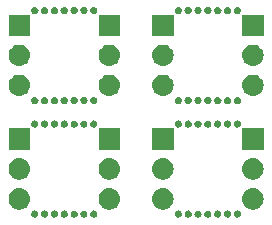
<source format=gbr>
G04 #@! TF.GenerationSoftware,KiCad,Pcbnew,5.1.4+dfsg1-1*
G04 #@! TF.CreationDate,2020-12-01T08:27:42+00:00*
G04 #@! TF.ProjectId,panel,70616e65-6c2e-46b6-9963-61645f706362,rev?*
G04 #@! TF.SameCoordinates,Original*
G04 #@! TF.FileFunction,Soldermask,Bot*
G04 #@! TF.FilePolarity,Negative*
%FSLAX46Y46*%
G04 Gerber Fmt 4.6, Leading zero omitted, Abs format (unit mm)*
G04 Created by KiCad (PCBNEW 5.1.4+dfsg1-1) date 2020-12-01 08:27:42*
%MOMM*%
%LPD*%
G04 APERTURE LIST*
%ADD10C,0.350000*%
G04 APERTURE END LIST*
D10*
G36*
X64827809Y-66951574D02*
G01*
X64882587Y-66974264D01*
X64882589Y-66974265D01*
X64931888Y-67007205D01*
X64973814Y-67049131D01*
X65006753Y-67098429D01*
X65006755Y-67098432D01*
X65029445Y-67153210D01*
X65034081Y-67176517D01*
X65041194Y-67199966D01*
X65052745Y-67221577D01*
X65068290Y-67240519D01*
X65068884Y-67241007D01*
X65068292Y-67241493D01*
X65052747Y-67260434D01*
X65041195Y-67282045D01*
X65034082Y-67305493D01*
X65029445Y-67328805D01*
X65006756Y-67383579D01*
X65006754Y-67383584D01*
X64973814Y-67432883D01*
X64931888Y-67474809D01*
X64882589Y-67507749D01*
X64882588Y-67507750D01*
X64882587Y-67507750D01*
X64827809Y-67530440D01*
X64769659Y-67542007D01*
X64710365Y-67542007D01*
X64652215Y-67530440D01*
X64597437Y-67507750D01*
X64597436Y-67507750D01*
X64597435Y-67507749D01*
X64548136Y-67474809D01*
X64506210Y-67432883D01*
X64473270Y-67383584D01*
X64473268Y-67383579D01*
X64450579Y-67328804D01*
X64439012Y-67270654D01*
X64439012Y-67211360D01*
X64450579Y-67153210D01*
X64473269Y-67098432D01*
X64473271Y-67098429D01*
X64506210Y-67049131D01*
X64548136Y-67007205D01*
X64597435Y-66974265D01*
X64597437Y-66974264D01*
X64652215Y-66951574D01*
X64710365Y-66940007D01*
X64769659Y-66940007D01*
X64827809Y-66951574D01*
X64827809Y-66951574D01*
G37*
G36*
X52667801Y-66951574D02*
G01*
X52722579Y-66974264D01*
X52722581Y-66974265D01*
X52771880Y-67007205D01*
X52813806Y-67049131D01*
X52846745Y-67098429D01*
X52846747Y-67098432D01*
X52869437Y-67153210D01*
X52874073Y-67176517D01*
X52881186Y-67199966D01*
X52892737Y-67221577D01*
X52908282Y-67240519D01*
X52908876Y-67241007D01*
X52908284Y-67241493D01*
X52892739Y-67260434D01*
X52881187Y-67282045D01*
X52874074Y-67305493D01*
X52869437Y-67328805D01*
X52846748Y-67383579D01*
X52846746Y-67383584D01*
X52813806Y-67432883D01*
X52771880Y-67474809D01*
X52722581Y-67507749D01*
X52722580Y-67507750D01*
X52722579Y-67507750D01*
X52667801Y-67530440D01*
X52609651Y-67542007D01*
X52550357Y-67542007D01*
X52492207Y-67530440D01*
X52437429Y-67507750D01*
X52437428Y-67507750D01*
X52437427Y-67507749D01*
X52388128Y-67474809D01*
X52346202Y-67432883D01*
X52313262Y-67383584D01*
X52313260Y-67383579D01*
X52290571Y-67328804D01*
X52279004Y-67270654D01*
X52279004Y-67211360D01*
X52290571Y-67153210D01*
X52313261Y-67098432D01*
X52313263Y-67098429D01*
X52346202Y-67049131D01*
X52388128Y-67007205D01*
X52437427Y-66974265D01*
X52437429Y-66974264D01*
X52492207Y-66951574D01*
X52550357Y-66940007D01*
X52609651Y-66940007D01*
X52667801Y-66951574D01*
X52667801Y-66951574D01*
G37*
G36*
X53501134Y-66951573D02*
G01*
X53555912Y-66974263D01*
X53555914Y-66974264D01*
X53605213Y-67007204D01*
X53647139Y-67049130D01*
X53680078Y-67098428D01*
X53680080Y-67098431D01*
X53702770Y-67153209D01*
X53707406Y-67176516D01*
X53714519Y-67199965D01*
X53726070Y-67221576D01*
X53741615Y-67240518D01*
X53742209Y-67241006D01*
X53741617Y-67241492D01*
X53726072Y-67260433D01*
X53714520Y-67282044D01*
X53707407Y-67305492D01*
X53702770Y-67328804D01*
X53680081Y-67383578D01*
X53680079Y-67383583D01*
X53647139Y-67432882D01*
X53605213Y-67474808D01*
X53555914Y-67507748D01*
X53555913Y-67507749D01*
X53555912Y-67507749D01*
X53501134Y-67530439D01*
X53442984Y-67542006D01*
X53383690Y-67542006D01*
X53325540Y-67530439D01*
X53270762Y-67507749D01*
X53270761Y-67507749D01*
X53270760Y-67507748D01*
X53221461Y-67474808D01*
X53179535Y-67432882D01*
X53146595Y-67383583D01*
X53146593Y-67383578D01*
X53123904Y-67328803D01*
X53119268Y-67305496D01*
X53112155Y-67282047D01*
X53100604Y-67260436D01*
X53085059Y-67241494D01*
X53084465Y-67241006D01*
X53085057Y-67240520D01*
X53100602Y-67221579D01*
X53112154Y-67199968D01*
X53119267Y-67176520D01*
X53123904Y-67153208D01*
X53146594Y-67098431D01*
X53146596Y-67098428D01*
X53179535Y-67049130D01*
X53221461Y-67007204D01*
X53270760Y-66974264D01*
X53270762Y-66974263D01*
X53325540Y-66951573D01*
X53383690Y-66940006D01*
X53442984Y-66940006D01*
X53501134Y-66951573D01*
X53501134Y-66951573D01*
G37*
G36*
X65661142Y-66951573D02*
G01*
X65715920Y-66974263D01*
X65715922Y-66974264D01*
X65765221Y-67007204D01*
X65807147Y-67049130D01*
X65840086Y-67098428D01*
X65840088Y-67098431D01*
X65862778Y-67153209D01*
X65867414Y-67176516D01*
X65874527Y-67199965D01*
X65886078Y-67221576D01*
X65901623Y-67240518D01*
X65902217Y-67241006D01*
X65901625Y-67241492D01*
X65886080Y-67260433D01*
X65874528Y-67282044D01*
X65867415Y-67305492D01*
X65862778Y-67328804D01*
X65840089Y-67383578D01*
X65840087Y-67383583D01*
X65807147Y-67432882D01*
X65765221Y-67474808D01*
X65715922Y-67507748D01*
X65715921Y-67507749D01*
X65715920Y-67507749D01*
X65661142Y-67530439D01*
X65602992Y-67542006D01*
X65543698Y-67542006D01*
X65485548Y-67530439D01*
X65430770Y-67507749D01*
X65430769Y-67507749D01*
X65430768Y-67507748D01*
X65381469Y-67474808D01*
X65339543Y-67432882D01*
X65306603Y-67383583D01*
X65306601Y-67383578D01*
X65283912Y-67328803D01*
X65279276Y-67305496D01*
X65272163Y-67282047D01*
X65260612Y-67260436D01*
X65245067Y-67241494D01*
X65244473Y-67241006D01*
X65245065Y-67240520D01*
X65260610Y-67221579D01*
X65272162Y-67199968D01*
X65279275Y-67176520D01*
X65283912Y-67153208D01*
X65306602Y-67098431D01*
X65306604Y-67098428D01*
X65339543Y-67049130D01*
X65381469Y-67007204D01*
X65430768Y-66974264D01*
X65430770Y-66974263D01*
X65485548Y-66951573D01*
X65543698Y-66940006D01*
X65602992Y-66940006D01*
X65661142Y-66951573D01*
X65661142Y-66951573D01*
G37*
G36*
X66494475Y-66951572D02*
G01*
X66549253Y-66974262D01*
X66549255Y-66974263D01*
X66598554Y-67007203D01*
X66640480Y-67049129D01*
X66673419Y-67098427D01*
X66673421Y-67098430D01*
X66696111Y-67153208D01*
X66700748Y-67176519D01*
X66707861Y-67199968D01*
X66719412Y-67221579D01*
X66734958Y-67240521D01*
X66735547Y-67241005D01*
X66734957Y-67241489D01*
X66719412Y-67260431D01*
X66707861Y-67282041D01*
X66700748Y-67305490D01*
X66696111Y-67328802D01*
X66673422Y-67383577D01*
X66673420Y-67383582D01*
X66640480Y-67432881D01*
X66598554Y-67474807D01*
X66549255Y-67507747D01*
X66549254Y-67507748D01*
X66549253Y-67507748D01*
X66494475Y-67530438D01*
X66436325Y-67542005D01*
X66377031Y-67542005D01*
X66318881Y-67530438D01*
X66264103Y-67507748D01*
X66264102Y-67507748D01*
X66264101Y-67507747D01*
X66214802Y-67474807D01*
X66172876Y-67432881D01*
X66139936Y-67383582D01*
X66139934Y-67383577D01*
X66117245Y-67328802D01*
X66112609Y-67305495D01*
X66105496Y-67282046D01*
X66093945Y-67260435D01*
X66078400Y-67241493D01*
X66077806Y-67241005D01*
X66078398Y-67240519D01*
X66093943Y-67221578D01*
X66105495Y-67199967D01*
X66112608Y-67176519D01*
X66117245Y-67153207D01*
X66139935Y-67098430D01*
X66139937Y-67098427D01*
X66172876Y-67049129D01*
X66214802Y-67007203D01*
X66264101Y-66974263D01*
X66264103Y-66974262D01*
X66318881Y-66951572D01*
X66377031Y-66940005D01*
X66436325Y-66940005D01*
X66494475Y-66951572D01*
X66494475Y-66951572D01*
G37*
G36*
X54334467Y-66951572D02*
G01*
X54389245Y-66974262D01*
X54389247Y-66974263D01*
X54438546Y-67007203D01*
X54480472Y-67049129D01*
X54513411Y-67098427D01*
X54513413Y-67098430D01*
X54536103Y-67153208D01*
X54540740Y-67176519D01*
X54547853Y-67199968D01*
X54559404Y-67221579D01*
X54574950Y-67240521D01*
X54575539Y-67241005D01*
X54574949Y-67241489D01*
X54559404Y-67260431D01*
X54547853Y-67282041D01*
X54540740Y-67305490D01*
X54536103Y-67328802D01*
X54513414Y-67383577D01*
X54513412Y-67383582D01*
X54480472Y-67432881D01*
X54438546Y-67474807D01*
X54389247Y-67507747D01*
X54389246Y-67507748D01*
X54389245Y-67507748D01*
X54334467Y-67530438D01*
X54276317Y-67542005D01*
X54217023Y-67542005D01*
X54158873Y-67530438D01*
X54104095Y-67507748D01*
X54104094Y-67507748D01*
X54104093Y-67507747D01*
X54054794Y-67474807D01*
X54012868Y-67432881D01*
X53979928Y-67383582D01*
X53979926Y-67383577D01*
X53957237Y-67328802D01*
X53952601Y-67305495D01*
X53945488Y-67282046D01*
X53933937Y-67260435D01*
X53918392Y-67241493D01*
X53917798Y-67241005D01*
X53918390Y-67240519D01*
X53933935Y-67221578D01*
X53945487Y-67199967D01*
X53952600Y-67176519D01*
X53957237Y-67153207D01*
X53979927Y-67098430D01*
X53979929Y-67098427D01*
X54012868Y-67049129D01*
X54054794Y-67007203D01*
X54104093Y-66974263D01*
X54104095Y-66974262D01*
X54158873Y-66951572D01*
X54217023Y-66940005D01*
X54276317Y-66940005D01*
X54334467Y-66951572D01*
X54334467Y-66951572D01*
G37*
G36*
X56001134Y-66951571D02*
G01*
X56055912Y-66974261D01*
X56055914Y-66974262D01*
X56105213Y-67007202D01*
X56147139Y-67049128D01*
X56180078Y-67098426D01*
X56180080Y-67098429D01*
X56202770Y-67153207D01*
X56207406Y-67176514D01*
X56214519Y-67199963D01*
X56226070Y-67221574D01*
X56241615Y-67240516D01*
X56242209Y-67241004D01*
X56241617Y-67241490D01*
X56226072Y-67260431D01*
X56214520Y-67282042D01*
X56207407Y-67305490D01*
X56202770Y-67328802D01*
X56180081Y-67383577D01*
X56180079Y-67383581D01*
X56147139Y-67432880D01*
X56105213Y-67474806D01*
X56055914Y-67507746D01*
X56055913Y-67507747D01*
X56055912Y-67507747D01*
X56001134Y-67530437D01*
X55942984Y-67542004D01*
X55883690Y-67542004D01*
X55825540Y-67530437D01*
X55770762Y-67507747D01*
X55770761Y-67507747D01*
X55770760Y-67507746D01*
X55721461Y-67474806D01*
X55679535Y-67432880D01*
X55646595Y-67383581D01*
X55646593Y-67383577D01*
X55623905Y-67328805D01*
X55619269Y-67305495D01*
X55619267Y-67305488D01*
X55612156Y-67282045D01*
X55600605Y-67260434D01*
X55585060Y-67241492D01*
X55584465Y-67241004D01*
X55585060Y-67240516D01*
X55600605Y-67221574D01*
X55612156Y-67199964D01*
X55619268Y-67176516D01*
X55623904Y-67153209D01*
X55623905Y-67153203D01*
X55646594Y-67098429D01*
X55646596Y-67098426D01*
X55679535Y-67049128D01*
X55721461Y-67007202D01*
X55770760Y-66974262D01*
X55770762Y-66974261D01*
X55825540Y-66951571D01*
X55883690Y-66940004D01*
X55942984Y-66940004D01*
X56001134Y-66951571D01*
X56001134Y-66951571D01*
G37*
G36*
X55167801Y-66951571D02*
G01*
X55222579Y-66974261D01*
X55222581Y-66974262D01*
X55271880Y-67007202D01*
X55313806Y-67049128D01*
X55346745Y-67098426D01*
X55346747Y-67098429D01*
X55369437Y-67153206D01*
X55374074Y-67176518D01*
X55381188Y-67199967D01*
X55392739Y-67221577D01*
X55408285Y-67240519D01*
X55408876Y-67241004D01*
X55408285Y-67241489D01*
X55392739Y-67260431D01*
X55381188Y-67282041D01*
X55374074Y-67305490D01*
X55369437Y-67328802D01*
X55346748Y-67383577D01*
X55346746Y-67383581D01*
X55313806Y-67432880D01*
X55271880Y-67474806D01*
X55222581Y-67507746D01*
X55222580Y-67507747D01*
X55222579Y-67507747D01*
X55167801Y-67530437D01*
X55109651Y-67542004D01*
X55050357Y-67542004D01*
X54992207Y-67530437D01*
X54937429Y-67507747D01*
X54937428Y-67507747D01*
X54937427Y-67507746D01*
X54888128Y-67474806D01*
X54846202Y-67432880D01*
X54813262Y-67383581D01*
X54790573Y-67328805D01*
X54790571Y-67328801D01*
X54785934Y-67305490D01*
X54778821Y-67282041D01*
X54767270Y-67260430D01*
X54751724Y-67241488D01*
X54751135Y-67241004D01*
X54751725Y-67240520D01*
X54767270Y-67221578D01*
X54778821Y-67199968D01*
X54785934Y-67176519D01*
X54790571Y-67153207D01*
X54813261Y-67098429D01*
X54813263Y-67098426D01*
X54846202Y-67049128D01*
X54888128Y-67007202D01*
X54937427Y-66974262D01*
X54937429Y-66974261D01*
X54992207Y-66951571D01*
X55050357Y-66940004D01*
X55109651Y-66940004D01*
X55167801Y-66951571D01*
X55167801Y-66951571D01*
G37*
G36*
X68161142Y-66951571D02*
G01*
X68215920Y-66974261D01*
X68215922Y-66974262D01*
X68265221Y-67007202D01*
X68307147Y-67049128D01*
X68340086Y-67098426D01*
X68340088Y-67098429D01*
X68362778Y-67153207D01*
X68367414Y-67176514D01*
X68374527Y-67199963D01*
X68386078Y-67221574D01*
X68401623Y-67240516D01*
X68402217Y-67241004D01*
X68401625Y-67241490D01*
X68386080Y-67260431D01*
X68374528Y-67282042D01*
X68367415Y-67305490D01*
X68362778Y-67328802D01*
X68340089Y-67383577D01*
X68340087Y-67383581D01*
X68307147Y-67432880D01*
X68265221Y-67474806D01*
X68215922Y-67507746D01*
X68215921Y-67507747D01*
X68215920Y-67507747D01*
X68161142Y-67530437D01*
X68102992Y-67542004D01*
X68043698Y-67542004D01*
X67985548Y-67530437D01*
X67930770Y-67507747D01*
X67930769Y-67507747D01*
X67930768Y-67507746D01*
X67881469Y-67474806D01*
X67839543Y-67432880D01*
X67806603Y-67383581D01*
X67806601Y-67383577D01*
X67783913Y-67328805D01*
X67779277Y-67305495D01*
X67779275Y-67305488D01*
X67772164Y-67282045D01*
X67760613Y-67260434D01*
X67745068Y-67241492D01*
X67744473Y-67241004D01*
X67745068Y-67240516D01*
X67760613Y-67221574D01*
X67772164Y-67199964D01*
X67779276Y-67176516D01*
X67783912Y-67153209D01*
X67783913Y-67153203D01*
X67806602Y-67098429D01*
X67806604Y-67098426D01*
X67839543Y-67049128D01*
X67881469Y-67007202D01*
X67930768Y-66974262D01*
X67930770Y-66974261D01*
X67985548Y-66951571D01*
X68043698Y-66940004D01*
X68102992Y-66940004D01*
X68161142Y-66951571D01*
X68161142Y-66951571D01*
G37*
G36*
X67327809Y-66951571D02*
G01*
X67382587Y-66974261D01*
X67382589Y-66974262D01*
X67431888Y-67007202D01*
X67473814Y-67049128D01*
X67506753Y-67098426D01*
X67506755Y-67098429D01*
X67529445Y-67153206D01*
X67534082Y-67176518D01*
X67541196Y-67199967D01*
X67552747Y-67221577D01*
X67568293Y-67240519D01*
X67568884Y-67241004D01*
X67568293Y-67241489D01*
X67552747Y-67260431D01*
X67541196Y-67282041D01*
X67534082Y-67305490D01*
X67529445Y-67328802D01*
X67506756Y-67383577D01*
X67506754Y-67383581D01*
X67473814Y-67432880D01*
X67431888Y-67474806D01*
X67382589Y-67507746D01*
X67382588Y-67507747D01*
X67382587Y-67507747D01*
X67327809Y-67530437D01*
X67269659Y-67542004D01*
X67210365Y-67542004D01*
X67152215Y-67530437D01*
X67097437Y-67507747D01*
X67097436Y-67507747D01*
X67097435Y-67507746D01*
X67048136Y-67474806D01*
X67006210Y-67432880D01*
X66973270Y-67383581D01*
X66950581Y-67328805D01*
X66950579Y-67328801D01*
X66945942Y-67305490D01*
X66938829Y-67282041D01*
X66927278Y-67260430D01*
X66911732Y-67241488D01*
X66911143Y-67241004D01*
X66911733Y-67240520D01*
X66927278Y-67221578D01*
X66938829Y-67199968D01*
X66945942Y-67176519D01*
X66950579Y-67153207D01*
X66973269Y-67098429D01*
X66973271Y-67098426D01*
X67006210Y-67049128D01*
X67048136Y-67007202D01*
X67097435Y-66974262D01*
X67097437Y-66974261D01*
X67152215Y-66951571D01*
X67210365Y-66940004D01*
X67269659Y-66940004D01*
X67327809Y-66951571D01*
X67327809Y-66951571D01*
G37*
G36*
X56834467Y-66951570D02*
G01*
X56889245Y-66974260D01*
X56889247Y-66974261D01*
X56938546Y-67007201D01*
X56980472Y-67049127D01*
X56980475Y-67049132D01*
X57013413Y-67098428D01*
X57036103Y-67153206D01*
X57040740Y-67176517D01*
X57047853Y-67199966D01*
X57059404Y-67221577D01*
X57074950Y-67240519D01*
X57075539Y-67241003D01*
X57074949Y-67241487D01*
X57059404Y-67260429D01*
X57047853Y-67282039D01*
X57040740Y-67305488D01*
X57036103Y-67328800D01*
X57013413Y-67383577D01*
X57013412Y-67383580D01*
X56980472Y-67432879D01*
X56938546Y-67474805D01*
X56889247Y-67507745D01*
X56889246Y-67507746D01*
X56889245Y-67507746D01*
X56834467Y-67530436D01*
X56776317Y-67542003D01*
X56717023Y-67542003D01*
X56658873Y-67530436D01*
X56604095Y-67507746D01*
X56604094Y-67507746D01*
X56604093Y-67507745D01*
X56554794Y-67474805D01*
X56512868Y-67432879D01*
X56479928Y-67383580D01*
X56479927Y-67383577D01*
X56457237Y-67328800D01*
X56452601Y-67305493D01*
X56445488Y-67282044D01*
X56433937Y-67260433D01*
X56418392Y-67241491D01*
X56417798Y-67241003D01*
X56418390Y-67240517D01*
X56433935Y-67221576D01*
X56445487Y-67199965D01*
X56452600Y-67176517D01*
X56457237Y-67153205D01*
X56479927Y-67098428D01*
X56512865Y-67049132D01*
X56512868Y-67049127D01*
X56554794Y-67007201D01*
X56604093Y-66974261D01*
X56604095Y-66974260D01*
X56658873Y-66951570D01*
X56717023Y-66940003D01*
X56776317Y-66940003D01*
X56834467Y-66951570D01*
X56834467Y-66951570D01*
G37*
G36*
X68994475Y-66951570D02*
G01*
X69049253Y-66974260D01*
X69049255Y-66974261D01*
X69098554Y-67007201D01*
X69140480Y-67049127D01*
X69140483Y-67049132D01*
X69173421Y-67098428D01*
X69196111Y-67153206D01*
X69200748Y-67176517D01*
X69207861Y-67199966D01*
X69219412Y-67221577D01*
X69234958Y-67240519D01*
X69235547Y-67241003D01*
X69234957Y-67241487D01*
X69219412Y-67260429D01*
X69207861Y-67282039D01*
X69200748Y-67305488D01*
X69196111Y-67328800D01*
X69173421Y-67383577D01*
X69173420Y-67383580D01*
X69140480Y-67432879D01*
X69098554Y-67474805D01*
X69049255Y-67507745D01*
X69049254Y-67507746D01*
X69049253Y-67507746D01*
X68994475Y-67530436D01*
X68936325Y-67542003D01*
X68877031Y-67542003D01*
X68818881Y-67530436D01*
X68764103Y-67507746D01*
X68764102Y-67507746D01*
X68764101Y-67507745D01*
X68714802Y-67474805D01*
X68672876Y-67432879D01*
X68639936Y-67383580D01*
X68639935Y-67383577D01*
X68617245Y-67328800D01*
X68612609Y-67305493D01*
X68605496Y-67282044D01*
X68593945Y-67260433D01*
X68578400Y-67241491D01*
X68577806Y-67241003D01*
X68578398Y-67240517D01*
X68593943Y-67221576D01*
X68605495Y-67199965D01*
X68612608Y-67176517D01*
X68617245Y-67153205D01*
X68639935Y-67098428D01*
X68672873Y-67049132D01*
X68672876Y-67049127D01*
X68714802Y-67007201D01*
X68764101Y-66974261D01*
X68764103Y-66974260D01*
X68818881Y-66951570D01*
X68877031Y-66940003D01*
X68936325Y-66940003D01*
X68994475Y-66951570D01*
X68994475Y-66951570D01*
G37*
G36*
X69827809Y-66951569D02*
G01*
X69882587Y-66974259D01*
X69882589Y-66974260D01*
X69931888Y-67007200D01*
X69973814Y-67049126D01*
X70006754Y-67098425D01*
X70006755Y-67098427D01*
X70029445Y-67153205D01*
X70041012Y-67211355D01*
X70041012Y-67270649D01*
X70029445Y-67328799D01*
X70006755Y-67383577D01*
X70006754Y-67383579D01*
X69973814Y-67432878D01*
X69931888Y-67474804D01*
X69882589Y-67507744D01*
X69882588Y-67507745D01*
X69882587Y-67507745D01*
X69827809Y-67530435D01*
X69769659Y-67542002D01*
X69710365Y-67542002D01*
X69652215Y-67530435D01*
X69597437Y-67507745D01*
X69597436Y-67507745D01*
X69597435Y-67507744D01*
X69548136Y-67474804D01*
X69506210Y-67432878D01*
X69473270Y-67383579D01*
X69473269Y-67383577D01*
X69450579Y-67328799D01*
X69445942Y-67305488D01*
X69438829Y-67282039D01*
X69427278Y-67260428D01*
X69411732Y-67241486D01*
X69411143Y-67241002D01*
X69411733Y-67240518D01*
X69427278Y-67221576D01*
X69438829Y-67199966D01*
X69445942Y-67176517D01*
X69450579Y-67153205D01*
X69473269Y-67098427D01*
X69473270Y-67098425D01*
X69506210Y-67049126D01*
X69548136Y-67007200D01*
X69597435Y-66974260D01*
X69597437Y-66974259D01*
X69652215Y-66951569D01*
X69710365Y-66940002D01*
X69769659Y-66940002D01*
X69827809Y-66951569D01*
X69827809Y-66951569D01*
G37*
G36*
X57667801Y-66951569D02*
G01*
X57722579Y-66974259D01*
X57722581Y-66974260D01*
X57771880Y-67007200D01*
X57813806Y-67049126D01*
X57846746Y-67098425D01*
X57846747Y-67098427D01*
X57869437Y-67153205D01*
X57881004Y-67211355D01*
X57881004Y-67270649D01*
X57869437Y-67328799D01*
X57846747Y-67383577D01*
X57846746Y-67383579D01*
X57813806Y-67432878D01*
X57771880Y-67474804D01*
X57722581Y-67507744D01*
X57722580Y-67507745D01*
X57722579Y-67507745D01*
X57667801Y-67530435D01*
X57609651Y-67542002D01*
X57550357Y-67542002D01*
X57492207Y-67530435D01*
X57437429Y-67507745D01*
X57437428Y-67507745D01*
X57437427Y-67507744D01*
X57388128Y-67474804D01*
X57346202Y-67432878D01*
X57313262Y-67383579D01*
X57313261Y-67383577D01*
X57290571Y-67328799D01*
X57285934Y-67305488D01*
X57278821Y-67282039D01*
X57267270Y-67260428D01*
X57251724Y-67241486D01*
X57251135Y-67241002D01*
X57251725Y-67240518D01*
X57267270Y-67221576D01*
X57278821Y-67199966D01*
X57285934Y-67176517D01*
X57290571Y-67153205D01*
X57313261Y-67098427D01*
X57313262Y-67098425D01*
X57346202Y-67049126D01*
X57388128Y-67007200D01*
X57437427Y-66974260D01*
X57437429Y-66974259D01*
X57492207Y-66951569D01*
X57550357Y-66940002D01*
X57609651Y-66940002D01*
X57667801Y-66951569D01*
X57667801Y-66951569D01*
G37*
G36*
X71160451Y-65075528D02*
G01*
X71226636Y-65082047D01*
X71396475Y-65133567D01*
X71553000Y-65217232D01*
X71588738Y-65246562D01*
X71690195Y-65329824D01*
X71773457Y-65431281D01*
X71802787Y-65467019D01*
X71886452Y-65623544D01*
X71937972Y-65793383D01*
X71955368Y-65970010D01*
X71937972Y-66146637D01*
X71886452Y-66316476D01*
X71802787Y-66473001D01*
X71773457Y-66508739D01*
X71690195Y-66610196D01*
X71588738Y-66693458D01*
X71553000Y-66722788D01*
X71396475Y-66806453D01*
X71226636Y-66857973D01*
X71160452Y-66864491D01*
X71094269Y-66871010D01*
X71005749Y-66871010D01*
X70939566Y-66864491D01*
X70873382Y-66857973D01*
X70703543Y-66806453D01*
X70547018Y-66722788D01*
X70511280Y-66693458D01*
X70409823Y-66610196D01*
X70326561Y-66508739D01*
X70297231Y-66473001D01*
X70213566Y-66316476D01*
X70162046Y-66146637D01*
X70144650Y-65970010D01*
X70162046Y-65793383D01*
X70213566Y-65623544D01*
X70297231Y-65467019D01*
X70326561Y-65431281D01*
X70409823Y-65329824D01*
X70511280Y-65246562D01*
X70547018Y-65217232D01*
X70703543Y-65133567D01*
X70873382Y-65082047D01*
X70939567Y-65075528D01*
X71005749Y-65069010D01*
X71094269Y-65069010D01*
X71160451Y-65075528D01*
X71160451Y-65075528D01*
G37*
G36*
X63540451Y-65075528D02*
G01*
X63606636Y-65082047D01*
X63776475Y-65133567D01*
X63933000Y-65217232D01*
X63968738Y-65246562D01*
X64070195Y-65329824D01*
X64153457Y-65431281D01*
X64182787Y-65467019D01*
X64266452Y-65623544D01*
X64317972Y-65793383D01*
X64335368Y-65970010D01*
X64317972Y-66146637D01*
X64266452Y-66316476D01*
X64182787Y-66473001D01*
X64153457Y-66508739D01*
X64070195Y-66610196D01*
X63968738Y-66693458D01*
X63933000Y-66722788D01*
X63776475Y-66806453D01*
X63606636Y-66857973D01*
X63540452Y-66864491D01*
X63474269Y-66871010D01*
X63385749Y-66871010D01*
X63319566Y-66864491D01*
X63253382Y-66857973D01*
X63083543Y-66806453D01*
X62927018Y-66722788D01*
X62891280Y-66693458D01*
X62789823Y-66610196D01*
X62706561Y-66508739D01*
X62677231Y-66473001D01*
X62593566Y-66316476D01*
X62542046Y-66146637D01*
X62524650Y-65970010D01*
X62542046Y-65793383D01*
X62593566Y-65623544D01*
X62677231Y-65467019D01*
X62706561Y-65431281D01*
X62789823Y-65329824D01*
X62891280Y-65246562D01*
X62927018Y-65217232D01*
X63083543Y-65133567D01*
X63253382Y-65082047D01*
X63319567Y-65075528D01*
X63385749Y-65069010D01*
X63474269Y-65069010D01*
X63540451Y-65075528D01*
X63540451Y-65075528D01*
G37*
G36*
X59000443Y-65075528D02*
G01*
X59066628Y-65082047D01*
X59236467Y-65133567D01*
X59392992Y-65217232D01*
X59428730Y-65246562D01*
X59530187Y-65329824D01*
X59613449Y-65431281D01*
X59642779Y-65467019D01*
X59726444Y-65623544D01*
X59777964Y-65793383D01*
X59795360Y-65970010D01*
X59777964Y-66146637D01*
X59726444Y-66316476D01*
X59642779Y-66473001D01*
X59613449Y-66508739D01*
X59530187Y-66610196D01*
X59428730Y-66693458D01*
X59392992Y-66722788D01*
X59236467Y-66806453D01*
X59066628Y-66857973D01*
X59000444Y-66864491D01*
X58934261Y-66871010D01*
X58845741Y-66871010D01*
X58779558Y-66864491D01*
X58713374Y-66857973D01*
X58543535Y-66806453D01*
X58387010Y-66722788D01*
X58351272Y-66693458D01*
X58249815Y-66610196D01*
X58166553Y-66508739D01*
X58137223Y-66473001D01*
X58053558Y-66316476D01*
X58002038Y-66146637D01*
X57984642Y-65970010D01*
X58002038Y-65793383D01*
X58053558Y-65623544D01*
X58137223Y-65467019D01*
X58166553Y-65431281D01*
X58249815Y-65329824D01*
X58351272Y-65246562D01*
X58387010Y-65217232D01*
X58543535Y-65133567D01*
X58713374Y-65082047D01*
X58779559Y-65075528D01*
X58845741Y-65069010D01*
X58934261Y-65069010D01*
X59000443Y-65075528D01*
X59000443Y-65075528D01*
G37*
G36*
X51380443Y-65075528D02*
G01*
X51446628Y-65082047D01*
X51616467Y-65133567D01*
X51772992Y-65217232D01*
X51808730Y-65246562D01*
X51910187Y-65329824D01*
X51993449Y-65431281D01*
X52022779Y-65467019D01*
X52106444Y-65623544D01*
X52157964Y-65793383D01*
X52175360Y-65970010D01*
X52157964Y-66146637D01*
X52106444Y-66316476D01*
X52022779Y-66473001D01*
X51993449Y-66508739D01*
X51910187Y-66610196D01*
X51808730Y-66693458D01*
X51772992Y-66722788D01*
X51616467Y-66806453D01*
X51446628Y-66857973D01*
X51380444Y-66864491D01*
X51314261Y-66871010D01*
X51225741Y-66871010D01*
X51159558Y-66864491D01*
X51093374Y-66857973D01*
X50923535Y-66806453D01*
X50767010Y-66722788D01*
X50731272Y-66693458D01*
X50629815Y-66610196D01*
X50546553Y-66508739D01*
X50517223Y-66473001D01*
X50433558Y-66316476D01*
X50382038Y-66146637D01*
X50364642Y-65970010D01*
X50382038Y-65793383D01*
X50433558Y-65623544D01*
X50517223Y-65467019D01*
X50546553Y-65431281D01*
X50629815Y-65329824D01*
X50731272Y-65246562D01*
X50767010Y-65217232D01*
X50923535Y-65133567D01*
X51093374Y-65082047D01*
X51159559Y-65075528D01*
X51225741Y-65069010D01*
X51314261Y-65069010D01*
X51380443Y-65075528D01*
X51380443Y-65075528D01*
G37*
G36*
X59000444Y-62535529D02*
G01*
X59066628Y-62542047D01*
X59236467Y-62593567D01*
X59392992Y-62677232D01*
X59428730Y-62706562D01*
X59530187Y-62789824D01*
X59613449Y-62891281D01*
X59642779Y-62927019D01*
X59726444Y-63083544D01*
X59777964Y-63253383D01*
X59795360Y-63430010D01*
X59777964Y-63606637D01*
X59726444Y-63776476D01*
X59642779Y-63933001D01*
X59613449Y-63968739D01*
X59530187Y-64070196D01*
X59428730Y-64153458D01*
X59392992Y-64182788D01*
X59236467Y-64266453D01*
X59066628Y-64317973D01*
X59000444Y-64324491D01*
X58934261Y-64331010D01*
X58845741Y-64331010D01*
X58779558Y-64324491D01*
X58713374Y-64317973D01*
X58543535Y-64266453D01*
X58387010Y-64182788D01*
X58351272Y-64153458D01*
X58249815Y-64070196D01*
X58166553Y-63968739D01*
X58137223Y-63933001D01*
X58053558Y-63776476D01*
X58002038Y-63606637D01*
X57984642Y-63430010D01*
X58002038Y-63253383D01*
X58053558Y-63083544D01*
X58137223Y-62927019D01*
X58166553Y-62891281D01*
X58249815Y-62789824D01*
X58351272Y-62706562D01*
X58387010Y-62677232D01*
X58543535Y-62593567D01*
X58713374Y-62542047D01*
X58779558Y-62535529D01*
X58845741Y-62529010D01*
X58934261Y-62529010D01*
X59000444Y-62535529D01*
X59000444Y-62535529D01*
G37*
G36*
X71160452Y-62535529D02*
G01*
X71226636Y-62542047D01*
X71396475Y-62593567D01*
X71553000Y-62677232D01*
X71588738Y-62706562D01*
X71690195Y-62789824D01*
X71773457Y-62891281D01*
X71802787Y-62927019D01*
X71886452Y-63083544D01*
X71937972Y-63253383D01*
X71955368Y-63430010D01*
X71937972Y-63606637D01*
X71886452Y-63776476D01*
X71802787Y-63933001D01*
X71773457Y-63968739D01*
X71690195Y-64070196D01*
X71588738Y-64153458D01*
X71553000Y-64182788D01*
X71396475Y-64266453D01*
X71226636Y-64317973D01*
X71160452Y-64324491D01*
X71094269Y-64331010D01*
X71005749Y-64331010D01*
X70939566Y-64324491D01*
X70873382Y-64317973D01*
X70703543Y-64266453D01*
X70547018Y-64182788D01*
X70511280Y-64153458D01*
X70409823Y-64070196D01*
X70326561Y-63968739D01*
X70297231Y-63933001D01*
X70213566Y-63776476D01*
X70162046Y-63606637D01*
X70144650Y-63430010D01*
X70162046Y-63253383D01*
X70213566Y-63083544D01*
X70297231Y-62927019D01*
X70326561Y-62891281D01*
X70409823Y-62789824D01*
X70511280Y-62706562D01*
X70547018Y-62677232D01*
X70703543Y-62593567D01*
X70873382Y-62542047D01*
X70939566Y-62535529D01*
X71005749Y-62529010D01*
X71094269Y-62529010D01*
X71160452Y-62535529D01*
X71160452Y-62535529D01*
G37*
G36*
X63540452Y-62535529D02*
G01*
X63606636Y-62542047D01*
X63776475Y-62593567D01*
X63933000Y-62677232D01*
X63968738Y-62706562D01*
X64070195Y-62789824D01*
X64153457Y-62891281D01*
X64182787Y-62927019D01*
X64266452Y-63083544D01*
X64317972Y-63253383D01*
X64335368Y-63430010D01*
X64317972Y-63606637D01*
X64266452Y-63776476D01*
X64182787Y-63933001D01*
X64153457Y-63968739D01*
X64070195Y-64070196D01*
X63968738Y-64153458D01*
X63933000Y-64182788D01*
X63776475Y-64266453D01*
X63606636Y-64317973D01*
X63540452Y-64324491D01*
X63474269Y-64331010D01*
X63385749Y-64331010D01*
X63319566Y-64324491D01*
X63253382Y-64317973D01*
X63083543Y-64266453D01*
X62927018Y-64182788D01*
X62891280Y-64153458D01*
X62789823Y-64070196D01*
X62706561Y-63968739D01*
X62677231Y-63933001D01*
X62593566Y-63776476D01*
X62542046Y-63606637D01*
X62524650Y-63430010D01*
X62542046Y-63253383D01*
X62593566Y-63083544D01*
X62677231Y-62927019D01*
X62706561Y-62891281D01*
X62789823Y-62789824D01*
X62891280Y-62706562D01*
X62927018Y-62677232D01*
X63083543Y-62593567D01*
X63253382Y-62542047D01*
X63319566Y-62535529D01*
X63385749Y-62529010D01*
X63474269Y-62529010D01*
X63540452Y-62535529D01*
X63540452Y-62535529D01*
G37*
G36*
X51380444Y-62535529D02*
G01*
X51446628Y-62542047D01*
X51616467Y-62593567D01*
X51772992Y-62677232D01*
X51808730Y-62706562D01*
X51910187Y-62789824D01*
X51993449Y-62891281D01*
X52022779Y-62927019D01*
X52106444Y-63083544D01*
X52157964Y-63253383D01*
X52175360Y-63430010D01*
X52157964Y-63606637D01*
X52106444Y-63776476D01*
X52022779Y-63933001D01*
X51993449Y-63968739D01*
X51910187Y-64070196D01*
X51808730Y-64153458D01*
X51772992Y-64182788D01*
X51616467Y-64266453D01*
X51446628Y-64317973D01*
X51380444Y-64324491D01*
X51314261Y-64331010D01*
X51225741Y-64331010D01*
X51159558Y-64324491D01*
X51093374Y-64317973D01*
X50923535Y-64266453D01*
X50767010Y-64182788D01*
X50731272Y-64153458D01*
X50629815Y-64070196D01*
X50546553Y-63968739D01*
X50517223Y-63933001D01*
X50433558Y-63776476D01*
X50382038Y-63606637D01*
X50364642Y-63430010D01*
X50382038Y-63253383D01*
X50433558Y-63083544D01*
X50517223Y-62927019D01*
X50546553Y-62891281D01*
X50629815Y-62789824D01*
X50731272Y-62706562D01*
X50767010Y-62677232D01*
X50923535Y-62593567D01*
X51093374Y-62542047D01*
X51159558Y-62535529D01*
X51225741Y-62529010D01*
X51314261Y-62529010D01*
X51380444Y-62535529D01*
X51380444Y-62535529D01*
G37*
G36*
X59791001Y-61791010D02*
G01*
X57989001Y-61791010D01*
X57989001Y-59989010D01*
X59791001Y-59989010D01*
X59791001Y-61791010D01*
X59791001Y-61791010D01*
G37*
G36*
X71951009Y-61791010D02*
G01*
X70149009Y-61791010D01*
X70149009Y-59989010D01*
X71951009Y-59989010D01*
X71951009Y-61791010D01*
X71951009Y-61791010D01*
G37*
G36*
X64331009Y-61791010D02*
G01*
X62529009Y-61791010D01*
X62529009Y-59989010D01*
X64331009Y-59989010D01*
X64331009Y-61791010D01*
X64331009Y-61791010D01*
G37*
G36*
X52171001Y-61791010D02*
G01*
X50369001Y-61791010D01*
X50369001Y-59989010D01*
X52171001Y-59989010D01*
X52171001Y-61791010D01*
X52171001Y-61791010D01*
G37*
G36*
X69827809Y-59329574D02*
G01*
X69882587Y-59352264D01*
X69882589Y-59352265D01*
X69931888Y-59385205D01*
X69973814Y-59427131D01*
X70006753Y-59476429D01*
X70006755Y-59476432D01*
X70029445Y-59531210D01*
X70041012Y-59589360D01*
X70041012Y-59648654D01*
X70029445Y-59706804D01*
X70006754Y-59761585D01*
X69984717Y-59794566D01*
X69973166Y-59816177D01*
X69970484Y-59825020D01*
X69954564Y-59833529D01*
X69935628Y-59849069D01*
X69931888Y-59852809D01*
X69882589Y-59885749D01*
X69882588Y-59885750D01*
X69882587Y-59885750D01*
X69827809Y-59908440D01*
X69769659Y-59920007D01*
X69710365Y-59920007D01*
X69652215Y-59908440D01*
X69597437Y-59885750D01*
X69597436Y-59885750D01*
X69597435Y-59885749D01*
X69548136Y-59852809D01*
X69506210Y-59810883D01*
X69473270Y-59761584D01*
X69473268Y-59761579D01*
X69450579Y-59706804D01*
X69445942Y-59683492D01*
X69438829Y-59660043D01*
X69427278Y-59638433D01*
X69411733Y-59619491D01*
X69411143Y-59619007D01*
X69411732Y-59618523D01*
X69427278Y-59599581D01*
X69438829Y-59577970D01*
X69445942Y-59554521D01*
X69450579Y-59531210D01*
X69473269Y-59476432D01*
X69473271Y-59476429D01*
X69506210Y-59427131D01*
X69548136Y-59385205D01*
X69597435Y-59352265D01*
X69597437Y-59352264D01*
X69652215Y-59329574D01*
X69710365Y-59318007D01*
X69769659Y-59318007D01*
X69827809Y-59329574D01*
X69827809Y-59329574D01*
G37*
G36*
X57667801Y-59329574D02*
G01*
X57722579Y-59352264D01*
X57722581Y-59352265D01*
X57771880Y-59385205D01*
X57813806Y-59427131D01*
X57846745Y-59476429D01*
X57846747Y-59476432D01*
X57869437Y-59531210D01*
X57881004Y-59589360D01*
X57881004Y-59648654D01*
X57869437Y-59706804D01*
X57846746Y-59761585D01*
X57824709Y-59794566D01*
X57813158Y-59816177D01*
X57810476Y-59825020D01*
X57794556Y-59833529D01*
X57775620Y-59849069D01*
X57771880Y-59852809D01*
X57722581Y-59885749D01*
X57722580Y-59885750D01*
X57722579Y-59885750D01*
X57667801Y-59908440D01*
X57609651Y-59920007D01*
X57550357Y-59920007D01*
X57492207Y-59908440D01*
X57437429Y-59885750D01*
X57437428Y-59885750D01*
X57437427Y-59885749D01*
X57388128Y-59852809D01*
X57346202Y-59810883D01*
X57313262Y-59761584D01*
X57313260Y-59761579D01*
X57290571Y-59706804D01*
X57285934Y-59683492D01*
X57278821Y-59660043D01*
X57267270Y-59638433D01*
X57251725Y-59619491D01*
X57251135Y-59619007D01*
X57251724Y-59618523D01*
X57267270Y-59599581D01*
X57278821Y-59577970D01*
X57285934Y-59554521D01*
X57290571Y-59531210D01*
X57313261Y-59476432D01*
X57313263Y-59476429D01*
X57346202Y-59427131D01*
X57388128Y-59385205D01*
X57437427Y-59352265D01*
X57437429Y-59352264D01*
X57492207Y-59329574D01*
X57550357Y-59318007D01*
X57609651Y-59318007D01*
X57667801Y-59329574D01*
X57667801Y-59329574D01*
G37*
G36*
X68994475Y-59329573D02*
G01*
X69049253Y-59352263D01*
X69049255Y-59352264D01*
X69098554Y-59385204D01*
X69140480Y-59427130D01*
X69173419Y-59476428D01*
X69173421Y-59476431D01*
X69196111Y-59531209D01*
X69200748Y-59554521D01*
X69207861Y-59577970D01*
X69219412Y-59599580D01*
X69234957Y-59618522D01*
X69235547Y-59619006D01*
X69234958Y-59619490D01*
X69219412Y-59638432D01*
X69207861Y-59660043D01*
X69200748Y-59683492D01*
X69196111Y-59706803D01*
X69173422Y-59761578D01*
X69173420Y-59761583D01*
X69140480Y-59810882D01*
X69098554Y-59852808D01*
X69049255Y-59885748D01*
X69049254Y-59885749D01*
X69049253Y-59885749D01*
X68994475Y-59908439D01*
X68936325Y-59920006D01*
X68877031Y-59920006D01*
X68818881Y-59908439D01*
X68764103Y-59885749D01*
X68764102Y-59885749D01*
X68764101Y-59885748D01*
X68714802Y-59852808D01*
X68672876Y-59810882D01*
X68639936Y-59761583D01*
X68639934Y-59761578D01*
X68617245Y-59706804D01*
X68612608Y-59683492D01*
X68605494Y-59660043D01*
X68593943Y-59638433D01*
X68578397Y-59619491D01*
X68577806Y-59619006D01*
X68578401Y-59618517D01*
X68593946Y-59599575D01*
X68605497Y-59577965D01*
X68612609Y-59554516D01*
X68617245Y-59531209D01*
X68639935Y-59476431D01*
X68639937Y-59476428D01*
X68672876Y-59427130D01*
X68714802Y-59385204D01*
X68764101Y-59352264D01*
X68764103Y-59352263D01*
X68818881Y-59329573D01*
X68877031Y-59318006D01*
X68936325Y-59318006D01*
X68994475Y-59329573D01*
X68994475Y-59329573D01*
G37*
G36*
X56834467Y-59329573D02*
G01*
X56889245Y-59352263D01*
X56889247Y-59352264D01*
X56938546Y-59385204D01*
X56980472Y-59427130D01*
X57013411Y-59476428D01*
X57013413Y-59476431D01*
X57036103Y-59531209D01*
X57040740Y-59554521D01*
X57047853Y-59577970D01*
X57059404Y-59599580D01*
X57074949Y-59618522D01*
X57075539Y-59619006D01*
X57074950Y-59619490D01*
X57059404Y-59638432D01*
X57047853Y-59660043D01*
X57040740Y-59683492D01*
X57036103Y-59706803D01*
X57013414Y-59761578D01*
X57013412Y-59761583D01*
X56980472Y-59810882D01*
X56938546Y-59852808D01*
X56889247Y-59885748D01*
X56889246Y-59885749D01*
X56889245Y-59885749D01*
X56834467Y-59908439D01*
X56776317Y-59920006D01*
X56717023Y-59920006D01*
X56658873Y-59908439D01*
X56604095Y-59885749D01*
X56604094Y-59885749D01*
X56604093Y-59885748D01*
X56554794Y-59852808D01*
X56512868Y-59810882D01*
X56479928Y-59761583D01*
X56479926Y-59761578D01*
X56457237Y-59706804D01*
X56452600Y-59683492D01*
X56445486Y-59660043D01*
X56433935Y-59638433D01*
X56418389Y-59619491D01*
X56417798Y-59619006D01*
X56418393Y-59618517D01*
X56433938Y-59599575D01*
X56445489Y-59577965D01*
X56452601Y-59554516D01*
X56457237Y-59531209D01*
X56479927Y-59476431D01*
X56479929Y-59476428D01*
X56512868Y-59427130D01*
X56554794Y-59385204D01*
X56604093Y-59352264D01*
X56604095Y-59352263D01*
X56658873Y-59329573D01*
X56717023Y-59318006D01*
X56776317Y-59318006D01*
X56834467Y-59329573D01*
X56834467Y-59329573D01*
G37*
G36*
X55167801Y-59329572D02*
G01*
X55222579Y-59352262D01*
X55222581Y-59352263D01*
X55271880Y-59385203D01*
X55313806Y-59427129D01*
X55346745Y-59476427D01*
X55346747Y-59476430D01*
X55369437Y-59531207D01*
X55374074Y-59554519D01*
X55381188Y-59577968D01*
X55392739Y-59599578D01*
X55408285Y-59618520D01*
X55408876Y-59619005D01*
X55408285Y-59619490D01*
X55392739Y-59638432D01*
X55381188Y-59660042D01*
X55374074Y-59683491D01*
X55369437Y-59706803D01*
X55346748Y-59761577D01*
X55346746Y-59761582D01*
X55313806Y-59810881D01*
X55271880Y-59852807D01*
X55222581Y-59885747D01*
X55222580Y-59885748D01*
X55222579Y-59885748D01*
X55167801Y-59908438D01*
X55109651Y-59920005D01*
X55050357Y-59920005D01*
X54992207Y-59908438D01*
X54937429Y-59885748D01*
X54937428Y-59885748D01*
X54937427Y-59885747D01*
X54888128Y-59852807D01*
X54846202Y-59810881D01*
X54813262Y-59761582D01*
X54790573Y-59706806D01*
X54790571Y-59706802D01*
X54785934Y-59683490D01*
X54778821Y-59660041D01*
X54767270Y-59638431D01*
X54751725Y-59619489D01*
X54751135Y-59619005D01*
X54751724Y-59618521D01*
X54767270Y-59599579D01*
X54778821Y-59577968D01*
X54785934Y-59554519D01*
X54790571Y-59531208D01*
X54813261Y-59476430D01*
X54813263Y-59476427D01*
X54846202Y-59427129D01*
X54888128Y-59385203D01*
X54937427Y-59352263D01*
X54937429Y-59352262D01*
X54992207Y-59329572D01*
X55050357Y-59318005D01*
X55109651Y-59318005D01*
X55167801Y-59329572D01*
X55167801Y-59329572D01*
G37*
G36*
X67327809Y-59329572D02*
G01*
X67382587Y-59352262D01*
X67382589Y-59352263D01*
X67431888Y-59385203D01*
X67473814Y-59427129D01*
X67506753Y-59476427D01*
X67506755Y-59476430D01*
X67529445Y-59531207D01*
X67534082Y-59554519D01*
X67541196Y-59577968D01*
X67552747Y-59599578D01*
X67568293Y-59618520D01*
X67568884Y-59619005D01*
X67568293Y-59619490D01*
X67552747Y-59638432D01*
X67541196Y-59660042D01*
X67534082Y-59683491D01*
X67529445Y-59706803D01*
X67506756Y-59761577D01*
X67506754Y-59761582D01*
X67473814Y-59810881D01*
X67431888Y-59852807D01*
X67382589Y-59885747D01*
X67382588Y-59885748D01*
X67382587Y-59885748D01*
X67327809Y-59908438D01*
X67269659Y-59920005D01*
X67210365Y-59920005D01*
X67152215Y-59908438D01*
X67097437Y-59885748D01*
X67097436Y-59885748D01*
X67097435Y-59885747D01*
X67048136Y-59852807D01*
X67006210Y-59810881D01*
X66973270Y-59761582D01*
X66950581Y-59706806D01*
X66950579Y-59706802D01*
X66945942Y-59683490D01*
X66938829Y-59660041D01*
X66927278Y-59638431D01*
X66911733Y-59619489D01*
X66911143Y-59619005D01*
X66911732Y-59618521D01*
X66927278Y-59599579D01*
X66938829Y-59577968D01*
X66945942Y-59554519D01*
X66950579Y-59531208D01*
X66973269Y-59476430D01*
X66973271Y-59476427D01*
X67006210Y-59427129D01*
X67048136Y-59385203D01*
X67097435Y-59352263D01*
X67097437Y-59352262D01*
X67152215Y-59329572D01*
X67210365Y-59318005D01*
X67269659Y-59318005D01*
X67327809Y-59329572D01*
X67327809Y-59329572D01*
G37*
G36*
X68161142Y-59329572D02*
G01*
X68215920Y-59352262D01*
X68215922Y-59352263D01*
X68265221Y-59385203D01*
X68307147Y-59427129D01*
X68340086Y-59476427D01*
X68340088Y-59476430D01*
X68362778Y-59531207D01*
X68367415Y-59554519D01*
X68374529Y-59577968D01*
X68386080Y-59599578D01*
X68401626Y-59618520D01*
X68402217Y-59619005D01*
X68401622Y-59619494D01*
X68386077Y-59638436D01*
X68374526Y-59660046D01*
X68367414Y-59683495D01*
X68362778Y-59706802D01*
X68362776Y-59706806D01*
X68340087Y-59761582D01*
X68307147Y-59810881D01*
X68265221Y-59852807D01*
X68215922Y-59885747D01*
X68215921Y-59885748D01*
X68215920Y-59885748D01*
X68161142Y-59908438D01*
X68102992Y-59920005D01*
X68043698Y-59920005D01*
X67985548Y-59908438D01*
X67930770Y-59885748D01*
X67930769Y-59885748D01*
X67930768Y-59885747D01*
X67881469Y-59852807D01*
X67839543Y-59810881D01*
X67806603Y-59761582D01*
X67806601Y-59761577D01*
X67783913Y-59706806D01*
X67781580Y-59695078D01*
X67779275Y-59683489D01*
X67772164Y-59660046D01*
X67760613Y-59638435D01*
X67745068Y-59619493D01*
X67744473Y-59619005D01*
X67745068Y-59618517D01*
X67760613Y-59599575D01*
X67772164Y-59577965D01*
X67779276Y-59554517D01*
X67783912Y-59531210D01*
X67783913Y-59531204D01*
X67806602Y-59476430D01*
X67806604Y-59476427D01*
X67839543Y-59427129D01*
X67881469Y-59385203D01*
X67930768Y-59352263D01*
X67930770Y-59352262D01*
X67985548Y-59329572D01*
X68043698Y-59318005D01*
X68102992Y-59318005D01*
X68161142Y-59329572D01*
X68161142Y-59329572D01*
G37*
G36*
X56001134Y-59329572D02*
G01*
X56055912Y-59352262D01*
X56055914Y-59352263D01*
X56105213Y-59385203D01*
X56147139Y-59427129D01*
X56180078Y-59476427D01*
X56180080Y-59476430D01*
X56202770Y-59531207D01*
X56207407Y-59554519D01*
X56214521Y-59577968D01*
X56226072Y-59599578D01*
X56241618Y-59618520D01*
X56242209Y-59619005D01*
X56241614Y-59619494D01*
X56226069Y-59638436D01*
X56214518Y-59660046D01*
X56207406Y-59683495D01*
X56202770Y-59706802D01*
X56202768Y-59706806D01*
X56180079Y-59761582D01*
X56147139Y-59810881D01*
X56105213Y-59852807D01*
X56055914Y-59885747D01*
X56055913Y-59885748D01*
X56055912Y-59885748D01*
X56001134Y-59908438D01*
X55942984Y-59920005D01*
X55883690Y-59920005D01*
X55825540Y-59908438D01*
X55770762Y-59885748D01*
X55770761Y-59885748D01*
X55770760Y-59885747D01*
X55721461Y-59852807D01*
X55679535Y-59810881D01*
X55646595Y-59761582D01*
X55646593Y-59761577D01*
X55623905Y-59706806D01*
X55621572Y-59695078D01*
X55619267Y-59683489D01*
X55612156Y-59660046D01*
X55600605Y-59638435D01*
X55585060Y-59619493D01*
X55584465Y-59619005D01*
X55585060Y-59618517D01*
X55600605Y-59599575D01*
X55612156Y-59577965D01*
X55619268Y-59554517D01*
X55623904Y-59531210D01*
X55623905Y-59531204D01*
X55646594Y-59476430D01*
X55646596Y-59476427D01*
X55679535Y-59427129D01*
X55721461Y-59385203D01*
X55770760Y-59352263D01*
X55770762Y-59352262D01*
X55825540Y-59329572D01*
X55883690Y-59318005D01*
X55942984Y-59318005D01*
X56001134Y-59329572D01*
X56001134Y-59329572D01*
G37*
G36*
X66494475Y-59329571D02*
G01*
X66549253Y-59352261D01*
X66549255Y-59352262D01*
X66598554Y-59385202D01*
X66640480Y-59427128D01*
X66673419Y-59476426D01*
X66673421Y-59476429D01*
X66696111Y-59531207D01*
X66700748Y-59554519D01*
X66707861Y-59577968D01*
X66719412Y-59599578D01*
X66734957Y-59618520D01*
X66735547Y-59619004D01*
X66734958Y-59619488D01*
X66719412Y-59638430D01*
X66707861Y-59660041D01*
X66700748Y-59683490D01*
X66696111Y-59706801D01*
X66673422Y-59761577D01*
X66673420Y-59761581D01*
X66640480Y-59810880D01*
X66598554Y-59852806D01*
X66549255Y-59885746D01*
X66549254Y-59885747D01*
X66549253Y-59885747D01*
X66494475Y-59908437D01*
X66436325Y-59920004D01*
X66377031Y-59920004D01*
X66318881Y-59908437D01*
X66264103Y-59885747D01*
X66264102Y-59885747D01*
X66264101Y-59885746D01*
X66214802Y-59852806D01*
X66172876Y-59810880D01*
X66139936Y-59761581D01*
X66139934Y-59761577D01*
X66117245Y-59706802D01*
X66112608Y-59683490D01*
X66105494Y-59660041D01*
X66093943Y-59638431D01*
X66078397Y-59619489D01*
X66077806Y-59619004D01*
X66078401Y-59618515D01*
X66093946Y-59599573D01*
X66105497Y-59577963D01*
X66112609Y-59554514D01*
X66117245Y-59531207D01*
X66139935Y-59476429D01*
X66139937Y-59476426D01*
X66172876Y-59427128D01*
X66214802Y-59385202D01*
X66264101Y-59352262D01*
X66264103Y-59352261D01*
X66318881Y-59329571D01*
X66377031Y-59318004D01*
X66436325Y-59318004D01*
X66494475Y-59329571D01*
X66494475Y-59329571D01*
G37*
G36*
X54334467Y-59329571D02*
G01*
X54389245Y-59352261D01*
X54389247Y-59352262D01*
X54438546Y-59385202D01*
X54480472Y-59427128D01*
X54513411Y-59476426D01*
X54513413Y-59476429D01*
X54536103Y-59531207D01*
X54540740Y-59554519D01*
X54547853Y-59577968D01*
X54559404Y-59599578D01*
X54574949Y-59618520D01*
X54575539Y-59619004D01*
X54574950Y-59619488D01*
X54559404Y-59638430D01*
X54547853Y-59660041D01*
X54540740Y-59683490D01*
X54536103Y-59706801D01*
X54513414Y-59761577D01*
X54513412Y-59761581D01*
X54480472Y-59810880D01*
X54438546Y-59852806D01*
X54389247Y-59885746D01*
X54389246Y-59885747D01*
X54389245Y-59885747D01*
X54334467Y-59908437D01*
X54276317Y-59920004D01*
X54217023Y-59920004D01*
X54158873Y-59908437D01*
X54104095Y-59885747D01*
X54104094Y-59885747D01*
X54104093Y-59885746D01*
X54054794Y-59852806D01*
X54012868Y-59810880D01*
X53979928Y-59761581D01*
X53979926Y-59761577D01*
X53957237Y-59706802D01*
X53952600Y-59683490D01*
X53945486Y-59660041D01*
X53933935Y-59638431D01*
X53918389Y-59619489D01*
X53917798Y-59619004D01*
X53918393Y-59618515D01*
X53933938Y-59599573D01*
X53945489Y-59577963D01*
X53952601Y-59554514D01*
X53957237Y-59531207D01*
X53979927Y-59476429D01*
X53979929Y-59476426D01*
X54012868Y-59427128D01*
X54054794Y-59385202D01*
X54104093Y-59352262D01*
X54104095Y-59352261D01*
X54158873Y-59329571D01*
X54217023Y-59318004D01*
X54276317Y-59318004D01*
X54334467Y-59329571D01*
X54334467Y-59329571D01*
G37*
G36*
X65661142Y-59329570D02*
G01*
X65715920Y-59352260D01*
X65715922Y-59352261D01*
X65765221Y-59385201D01*
X65807147Y-59427127D01*
X65807150Y-59427132D01*
X65840088Y-59476428D01*
X65862778Y-59531205D01*
X65867415Y-59554517D01*
X65874529Y-59577966D01*
X65886080Y-59599576D01*
X65901626Y-59618518D01*
X65902217Y-59619003D01*
X65901622Y-59619492D01*
X65886077Y-59638434D01*
X65874526Y-59660044D01*
X65867414Y-59683493D01*
X65862778Y-59706800D01*
X65840088Y-59761577D01*
X65840087Y-59761580D01*
X65807147Y-59810879D01*
X65765221Y-59852805D01*
X65715922Y-59885745D01*
X65715921Y-59885746D01*
X65715920Y-59885746D01*
X65661142Y-59908436D01*
X65602992Y-59920003D01*
X65543698Y-59920003D01*
X65485548Y-59908436D01*
X65430770Y-59885746D01*
X65430769Y-59885746D01*
X65430768Y-59885745D01*
X65381469Y-59852805D01*
X65339543Y-59810879D01*
X65306603Y-59761580D01*
X65306602Y-59761577D01*
X65283912Y-59706801D01*
X65279275Y-59683489D01*
X65272161Y-59660040D01*
X65260610Y-59638430D01*
X65245064Y-59619488D01*
X65244473Y-59619003D01*
X65245068Y-59618514D01*
X65260613Y-59599572D01*
X65272164Y-59577962D01*
X65279276Y-59554513D01*
X65283912Y-59531206D01*
X65306602Y-59476428D01*
X65339540Y-59427132D01*
X65339543Y-59427127D01*
X65381469Y-59385201D01*
X65430768Y-59352261D01*
X65430770Y-59352260D01*
X65485548Y-59329570D01*
X65543698Y-59318003D01*
X65602992Y-59318003D01*
X65661142Y-59329570D01*
X65661142Y-59329570D01*
G37*
G36*
X53501134Y-59329570D02*
G01*
X53555912Y-59352260D01*
X53555914Y-59352261D01*
X53605213Y-59385201D01*
X53647139Y-59427127D01*
X53647142Y-59427132D01*
X53680080Y-59476428D01*
X53702770Y-59531205D01*
X53707407Y-59554517D01*
X53714521Y-59577966D01*
X53726072Y-59599576D01*
X53741618Y-59618518D01*
X53742209Y-59619003D01*
X53741614Y-59619492D01*
X53726069Y-59638434D01*
X53714518Y-59660044D01*
X53707406Y-59683493D01*
X53702770Y-59706800D01*
X53680080Y-59761577D01*
X53680079Y-59761580D01*
X53647139Y-59810879D01*
X53605213Y-59852805D01*
X53555914Y-59885745D01*
X53555913Y-59885746D01*
X53555912Y-59885746D01*
X53501134Y-59908436D01*
X53442984Y-59920003D01*
X53383690Y-59920003D01*
X53325540Y-59908436D01*
X53270762Y-59885746D01*
X53270761Y-59885746D01*
X53270760Y-59885745D01*
X53221461Y-59852805D01*
X53179535Y-59810879D01*
X53146595Y-59761580D01*
X53146594Y-59761577D01*
X53123904Y-59706801D01*
X53119267Y-59683489D01*
X53112153Y-59660040D01*
X53100602Y-59638430D01*
X53085056Y-59619488D01*
X53084465Y-59619003D01*
X53085060Y-59618514D01*
X53100605Y-59599572D01*
X53112156Y-59577962D01*
X53119268Y-59554513D01*
X53123904Y-59531206D01*
X53146594Y-59476428D01*
X53179532Y-59427132D01*
X53179535Y-59427127D01*
X53221461Y-59385201D01*
X53270760Y-59352261D01*
X53270762Y-59352260D01*
X53325540Y-59329570D01*
X53383690Y-59318003D01*
X53442984Y-59318003D01*
X53501134Y-59329570D01*
X53501134Y-59329570D01*
G37*
G36*
X52667801Y-59329569D02*
G01*
X52722579Y-59352259D01*
X52722581Y-59352260D01*
X52771880Y-59385200D01*
X52813806Y-59427126D01*
X52846746Y-59476425D01*
X52846747Y-59476427D01*
X52869437Y-59531204D01*
X52874074Y-59554516D01*
X52881188Y-59577965D01*
X52892739Y-59599575D01*
X52908285Y-59618517D01*
X52908876Y-59619002D01*
X52908281Y-59619491D01*
X52892736Y-59638433D01*
X52881185Y-59660043D01*
X52874073Y-59683492D01*
X52869437Y-59706799D01*
X52869434Y-59706806D01*
X52846746Y-59761579D01*
X52813806Y-59810878D01*
X52771880Y-59852804D01*
X52722581Y-59885744D01*
X52722580Y-59885745D01*
X52722579Y-59885745D01*
X52667801Y-59908435D01*
X52609651Y-59920002D01*
X52550357Y-59920002D01*
X52492207Y-59908435D01*
X52437429Y-59885745D01*
X52437428Y-59885745D01*
X52437427Y-59885744D01*
X52388128Y-59852804D01*
X52384382Y-59849058D01*
X52365446Y-59833518D01*
X52349535Y-59825014D01*
X52346854Y-59816176D01*
X52335306Y-59794571D01*
X52313262Y-59761579D01*
X52290574Y-59706806D01*
X52290571Y-59706799D01*
X52279004Y-59648649D01*
X52279004Y-59589355D01*
X52290571Y-59531205D01*
X52313261Y-59476427D01*
X52313262Y-59476425D01*
X52346202Y-59427126D01*
X52388128Y-59385200D01*
X52437427Y-59352260D01*
X52437429Y-59352259D01*
X52492207Y-59329569D01*
X52550357Y-59318002D01*
X52609651Y-59318002D01*
X52667801Y-59329569D01*
X52667801Y-59329569D01*
G37*
G36*
X64827809Y-59329569D02*
G01*
X64882587Y-59352259D01*
X64882589Y-59352260D01*
X64931888Y-59385200D01*
X64973814Y-59427126D01*
X65006754Y-59476425D01*
X65006755Y-59476427D01*
X65029445Y-59531204D01*
X65034082Y-59554516D01*
X65041196Y-59577965D01*
X65052747Y-59599575D01*
X65068293Y-59618517D01*
X65068884Y-59619002D01*
X65068289Y-59619491D01*
X65052744Y-59638433D01*
X65041193Y-59660043D01*
X65034081Y-59683492D01*
X65029445Y-59706799D01*
X65029442Y-59706806D01*
X65006754Y-59761579D01*
X64973814Y-59810878D01*
X64931888Y-59852804D01*
X64882589Y-59885744D01*
X64882588Y-59885745D01*
X64882587Y-59885745D01*
X64827809Y-59908435D01*
X64769659Y-59920002D01*
X64710365Y-59920002D01*
X64652215Y-59908435D01*
X64597437Y-59885745D01*
X64597436Y-59885745D01*
X64597435Y-59885744D01*
X64548136Y-59852804D01*
X64544390Y-59849058D01*
X64525454Y-59833518D01*
X64509543Y-59825014D01*
X64506862Y-59816176D01*
X64495314Y-59794571D01*
X64473270Y-59761579D01*
X64450582Y-59706806D01*
X64450579Y-59706799D01*
X64439012Y-59648649D01*
X64439012Y-59589355D01*
X64450579Y-59531205D01*
X64473269Y-59476427D01*
X64473270Y-59476425D01*
X64506210Y-59427126D01*
X64548136Y-59385200D01*
X64597435Y-59352260D01*
X64597437Y-59352259D01*
X64652215Y-59329569D01*
X64710365Y-59318002D01*
X64769659Y-59318002D01*
X64827809Y-59329569D01*
X64827809Y-59329569D01*
G37*
G36*
X68161142Y-57331567D02*
G01*
X68215920Y-57354257D01*
X68215922Y-57354258D01*
X68265221Y-57387198D01*
X68307147Y-57429124D01*
X68340087Y-57478423D01*
X68340088Y-57478425D01*
X68362778Y-57533202D01*
X68367415Y-57556514D01*
X68374529Y-57579963D01*
X68386080Y-57601573D01*
X68401626Y-57620515D01*
X68402217Y-57621000D01*
X68401626Y-57621485D01*
X68386080Y-57640427D01*
X68374529Y-57662037D01*
X68367415Y-57685486D01*
X68362778Y-57708798D01*
X68340088Y-57763575D01*
X68340087Y-57763577D01*
X68307147Y-57812876D01*
X68265221Y-57854802D01*
X68215922Y-57887742D01*
X68215921Y-57887743D01*
X68215920Y-57887743D01*
X68161142Y-57910433D01*
X68102992Y-57922000D01*
X68043698Y-57922000D01*
X67985548Y-57910433D01*
X67930770Y-57887743D01*
X67930769Y-57887743D01*
X67930768Y-57887742D01*
X67881469Y-57854802D01*
X67839543Y-57812876D01*
X67806603Y-57763577D01*
X67806602Y-57763575D01*
X67783913Y-57708801D01*
X67781580Y-57697073D01*
X67779275Y-57685484D01*
X67772164Y-57662041D01*
X67760613Y-57640430D01*
X67745068Y-57621488D01*
X67744473Y-57621000D01*
X67745068Y-57620512D01*
X67760613Y-57601570D01*
X67772164Y-57579960D01*
X67779276Y-57556514D01*
X67781580Y-57544927D01*
X67783913Y-57533199D01*
X67806602Y-57478425D01*
X67806603Y-57478423D01*
X67839543Y-57429124D01*
X67881469Y-57387198D01*
X67930768Y-57354258D01*
X67930770Y-57354257D01*
X67985548Y-57331567D01*
X68043698Y-57320000D01*
X68102992Y-57320000D01*
X68161142Y-57331567D01*
X68161142Y-57331567D01*
G37*
G36*
X68994475Y-57331567D02*
G01*
X69049253Y-57354257D01*
X69049255Y-57354258D01*
X69098554Y-57387198D01*
X69140480Y-57429124D01*
X69173420Y-57478423D01*
X69173421Y-57478425D01*
X69196111Y-57533203D01*
X69200748Y-57556514D01*
X69207861Y-57579963D01*
X69219412Y-57601574D01*
X69234958Y-57620516D01*
X69235548Y-57621000D01*
X69234957Y-57621485D01*
X69219412Y-57640427D01*
X69207861Y-57662037D01*
X69200748Y-57685486D01*
X69196111Y-57708797D01*
X69196109Y-57708801D01*
X69173420Y-57763577D01*
X69140480Y-57812876D01*
X69098554Y-57854802D01*
X69049255Y-57887742D01*
X69049254Y-57887743D01*
X69049253Y-57887743D01*
X68994475Y-57910433D01*
X68936325Y-57922000D01*
X68877031Y-57922000D01*
X68818881Y-57910433D01*
X68764103Y-57887743D01*
X68764102Y-57887743D01*
X68764101Y-57887742D01*
X68714802Y-57854802D01*
X68672876Y-57812876D01*
X68639936Y-57763577D01*
X68639935Y-57763575D01*
X68617246Y-57708801D01*
X68614913Y-57697073D01*
X68612608Y-57685484D01*
X68605497Y-57662041D01*
X68593946Y-57640430D01*
X68578401Y-57621488D01*
X68577806Y-57621000D01*
X68578401Y-57620512D01*
X68593946Y-57601570D01*
X68605497Y-57579960D01*
X68612609Y-57556514D01*
X68614913Y-57544927D01*
X68617246Y-57533199D01*
X68639935Y-57478425D01*
X68639936Y-57478423D01*
X68672876Y-57429124D01*
X68714802Y-57387198D01*
X68764101Y-57354258D01*
X68764103Y-57354257D01*
X68818881Y-57331567D01*
X68877031Y-57320000D01*
X68936325Y-57320000D01*
X68994475Y-57331567D01*
X68994475Y-57331567D01*
G37*
G36*
X69827809Y-57331567D02*
G01*
X69882587Y-57354257D01*
X69882589Y-57354258D01*
X69931888Y-57387198D01*
X69973814Y-57429124D01*
X70006754Y-57478423D01*
X70006755Y-57478425D01*
X70029445Y-57533203D01*
X70041012Y-57591353D01*
X70041012Y-57650647D01*
X70029445Y-57708797D01*
X70029443Y-57708801D01*
X70006754Y-57763577D01*
X69973814Y-57812876D01*
X69931888Y-57854802D01*
X69882589Y-57887742D01*
X69882588Y-57887743D01*
X69882587Y-57887743D01*
X69827809Y-57910433D01*
X69769659Y-57922000D01*
X69710365Y-57922000D01*
X69652215Y-57910433D01*
X69597437Y-57887743D01*
X69597436Y-57887743D01*
X69597435Y-57887742D01*
X69548136Y-57854802D01*
X69506210Y-57812876D01*
X69473270Y-57763577D01*
X69450581Y-57708801D01*
X69450579Y-57708797D01*
X69445942Y-57685486D01*
X69438829Y-57662037D01*
X69427278Y-57640426D01*
X69411732Y-57621484D01*
X69411142Y-57621000D01*
X69411733Y-57620515D01*
X69427278Y-57601573D01*
X69438829Y-57579963D01*
X69445942Y-57556514D01*
X69450579Y-57533203D01*
X69473269Y-57478425D01*
X69473270Y-57478423D01*
X69506210Y-57429124D01*
X69548136Y-57387198D01*
X69597435Y-57354258D01*
X69597437Y-57354257D01*
X69652215Y-57331567D01*
X69710365Y-57320000D01*
X69769659Y-57320000D01*
X69827809Y-57331567D01*
X69827809Y-57331567D01*
G37*
G36*
X56001134Y-57331567D02*
G01*
X56055912Y-57354257D01*
X56055914Y-57354258D01*
X56105213Y-57387198D01*
X56147139Y-57429124D01*
X56180079Y-57478423D01*
X56180080Y-57478425D01*
X56202770Y-57533202D01*
X56207407Y-57556514D01*
X56214521Y-57579963D01*
X56226072Y-57601573D01*
X56241618Y-57620515D01*
X56242209Y-57621000D01*
X56241618Y-57621485D01*
X56226072Y-57640427D01*
X56214521Y-57662037D01*
X56207407Y-57685486D01*
X56202770Y-57708798D01*
X56180080Y-57763575D01*
X56180079Y-57763577D01*
X56147139Y-57812876D01*
X56105213Y-57854802D01*
X56055914Y-57887742D01*
X56055913Y-57887743D01*
X56055912Y-57887743D01*
X56001134Y-57910433D01*
X55942984Y-57922000D01*
X55883690Y-57922000D01*
X55825540Y-57910433D01*
X55770762Y-57887743D01*
X55770761Y-57887743D01*
X55770760Y-57887742D01*
X55721461Y-57854802D01*
X55679535Y-57812876D01*
X55646595Y-57763577D01*
X55646594Y-57763575D01*
X55623905Y-57708801D01*
X55621572Y-57697073D01*
X55619267Y-57685484D01*
X55612156Y-57662041D01*
X55600605Y-57640430D01*
X55585060Y-57621488D01*
X55584465Y-57621000D01*
X55585060Y-57620512D01*
X55600605Y-57601570D01*
X55612156Y-57579960D01*
X55619268Y-57556514D01*
X55621572Y-57544927D01*
X55623905Y-57533199D01*
X55646594Y-57478425D01*
X55646595Y-57478423D01*
X55679535Y-57429124D01*
X55721461Y-57387198D01*
X55770760Y-57354258D01*
X55770762Y-57354257D01*
X55825540Y-57331567D01*
X55883690Y-57320000D01*
X55942984Y-57320000D01*
X56001134Y-57331567D01*
X56001134Y-57331567D01*
G37*
G36*
X56834467Y-57331567D02*
G01*
X56889245Y-57354257D01*
X56889247Y-57354258D01*
X56938546Y-57387198D01*
X56980472Y-57429124D01*
X57013412Y-57478423D01*
X57013413Y-57478425D01*
X57036103Y-57533203D01*
X57040740Y-57556514D01*
X57047853Y-57579963D01*
X57059404Y-57601574D01*
X57074950Y-57620516D01*
X57075540Y-57621000D01*
X57074949Y-57621485D01*
X57059404Y-57640427D01*
X57047853Y-57662037D01*
X57040740Y-57685486D01*
X57036103Y-57708797D01*
X57036101Y-57708801D01*
X57013412Y-57763577D01*
X56980472Y-57812876D01*
X56938546Y-57854802D01*
X56889247Y-57887742D01*
X56889246Y-57887743D01*
X56889245Y-57887743D01*
X56834467Y-57910433D01*
X56776317Y-57922000D01*
X56717023Y-57922000D01*
X56658873Y-57910433D01*
X56604095Y-57887743D01*
X56604094Y-57887743D01*
X56604093Y-57887742D01*
X56554794Y-57854802D01*
X56512868Y-57812876D01*
X56479928Y-57763577D01*
X56479927Y-57763575D01*
X56457238Y-57708801D01*
X56454905Y-57697073D01*
X56452600Y-57685484D01*
X56445489Y-57662041D01*
X56433938Y-57640430D01*
X56418393Y-57621488D01*
X56417798Y-57621000D01*
X56418393Y-57620512D01*
X56433938Y-57601570D01*
X56445489Y-57579960D01*
X56452601Y-57556514D01*
X56454905Y-57544927D01*
X56457238Y-57533199D01*
X56479927Y-57478425D01*
X56479928Y-57478423D01*
X56512868Y-57429124D01*
X56554794Y-57387198D01*
X56604093Y-57354258D01*
X56604095Y-57354257D01*
X56658873Y-57331567D01*
X56717023Y-57320000D01*
X56776317Y-57320000D01*
X56834467Y-57331567D01*
X56834467Y-57331567D01*
G37*
G36*
X57667801Y-57331567D02*
G01*
X57722579Y-57354257D01*
X57722581Y-57354258D01*
X57771880Y-57387198D01*
X57813806Y-57429124D01*
X57846746Y-57478423D01*
X57846747Y-57478425D01*
X57869437Y-57533203D01*
X57881004Y-57591353D01*
X57881004Y-57650647D01*
X57869437Y-57708797D01*
X57869435Y-57708801D01*
X57846746Y-57763577D01*
X57813806Y-57812876D01*
X57771880Y-57854802D01*
X57722581Y-57887742D01*
X57722580Y-57887743D01*
X57722579Y-57887743D01*
X57667801Y-57910433D01*
X57609651Y-57922000D01*
X57550357Y-57922000D01*
X57492207Y-57910433D01*
X57437429Y-57887743D01*
X57437428Y-57887743D01*
X57437427Y-57887742D01*
X57388128Y-57854802D01*
X57346202Y-57812876D01*
X57313262Y-57763577D01*
X57290573Y-57708801D01*
X57290571Y-57708797D01*
X57285934Y-57685486D01*
X57278821Y-57662037D01*
X57267270Y-57640426D01*
X57251724Y-57621484D01*
X57251134Y-57621000D01*
X57251725Y-57620515D01*
X57267270Y-57601573D01*
X57278821Y-57579963D01*
X57285934Y-57556514D01*
X57290571Y-57533203D01*
X57313261Y-57478425D01*
X57313262Y-57478423D01*
X57346202Y-57429124D01*
X57388128Y-57387198D01*
X57437427Y-57354258D01*
X57437429Y-57354257D01*
X57492207Y-57331567D01*
X57550357Y-57320000D01*
X57609651Y-57320000D01*
X57667801Y-57331567D01*
X57667801Y-57331567D01*
G37*
G36*
X67327809Y-57331567D02*
G01*
X67382587Y-57354257D01*
X67382589Y-57354258D01*
X67431888Y-57387198D01*
X67473814Y-57429124D01*
X67506754Y-57478423D01*
X67506755Y-57478425D01*
X67529445Y-57533202D01*
X67534082Y-57556514D01*
X67541196Y-57579963D01*
X67552747Y-57601573D01*
X67568293Y-57620515D01*
X67568884Y-57621000D01*
X67568293Y-57621485D01*
X67552747Y-57640427D01*
X67541196Y-57662037D01*
X67534082Y-57685486D01*
X67529445Y-57708798D01*
X67506755Y-57763575D01*
X67506754Y-57763577D01*
X67473814Y-57812876D01*
X67431888Y-57854802D01*
X67382589Y-57887742D01*
X67382588Y-57887743D01*
X67382587Y-57887743D01*
X67327809Y-57910433D01*
X67269659Y-57922000D01*
X67210365Y-57922000D01*
X67152215Y-57910433D01*
X67097437Y-57887743D01*
X67097436Y-57887743D01*
X67097435Y-57887742D01*
X67048136Y-57854802D01*
X67006210Y-57812876D01*
X66973270Y-57763577D01*
X66950581Y-57708801D01*
X66950579Y-57708797D01*
X66945942Y-57685486D01*
X66938829Y-57662037D01*
X66927278Y-57640426D01*
X66911732Y-57621484D01*
X66911142Y-57621000D01*
X66911733Y-57620515D01*
X66927278Y-57601573D01*
X66938829Y-57579963D01*
X66945942Y-57556514D01*
X66950579Y-57533203D01*
X66973269Y-57478425D01*
X66973270Y-57478423D01*
X67006210Y-57429124D01*
X67048136Y-57387198D01*
X67097435Y-57354258D01*
X67097437Y-57354257D01*
X67152215Y-57331567D01*
X67210365Y-57320000D01*
X67269659Y-57320000D01*
X67327809Y-57331567D01*
X67327809Y-57331567D01*
G37*
G36*
X65661142Y-57331567D02*
G01*
X65715920Y-57354257D01*
X65715922Y-57354258D01*
X65765221Y-57387198D01*
X65807147Y-57429124D01*
X65840087Y-57478423D01*
X65840088Y-57478425D01*
X65862778Y-57533202D01*
X65867415Y-57556514D01*
X65874529Y-57579963D01*
X65886080Y-57601573D01*
X65901626Y-57620515D01*
X65902217Y-57621000D01*
X65901626Y-57621485D01*
X65886080Y-57640427D01*
X65874529Y-57662037D01*
X65867415Y-57685486D01*
X65862778Y-57708798D01*
X65840088Y-57763575D01*
X65840087Y-57763577D01*
X65807147Y-57812876D01*
X65765221Y-57854802D01*
X65715922Y-57887742D01*
X65715921Y-57887743D01*
X65715920Y-57887743D01*
X65661142Y-57910433D01*
X65602992Y-57922000D01*
X65543698Y-57922000D01*
X65485548Y-57910433D01*
X65430770Y-57887743D01*
X65430769Y-57887743D01*
X65430768Y-57887742D01*
X65381469Y-57854802D01*
X65339543Y-57812876D01*
X65306603Y-57763577D01*
X65306602Y-57763575D01*
X65283913Y-57708801D01*
X65281580Y-57697073D01*
X65279275Y-57685484D01*
X65272164Y-57662041D01*
X65260613Y-57640430D01*
X65245068Y-57621488D01*
X65244473Y-57621000D01*
X65245068Y-57620512D01*
X65260613Y-57601570D01*
X65272164Y-57579960D01*
X65279276Y-57556514D01*
X65281580Y-57544927D01*
X65283913Y-57533199D01*
X65306602Y-57478425D01*
X65306603Y-57478423D01*
X65339543Y-57429124D01*
X65381469Y-57387198D01*
X65430768Y-57354258D01*
X65430770Y-57354257D01*
X65485548Y-57331567D01*
X65543698Y-57320000D01*
X65602992Y-57320000D01*
X65661142Y-57331567D01*
X65661142Y-57331567D01*
G37*
G36*
X66494475Y-57331567D02*
G01*
X66549253Y-57354257D01*
X66549255Y-57354258D01*
X66598554Y-57387198D01*
X66640480Y-57429124D01*
X66673420Y-57478423D01*
X66673421Y-57478425D01*
X66696111Y-57533203D01*
X66700748Y-57556514D01*
X66707861Y-57579963D01*
X66719412Y-57601574D01*
X66734958Y-57620516D01*
X66735548Y-57621000D01*
X66734957Y-57621485D01*
X66719412Y-57640427D01*
X66707861Y-57662037D01*
X66700748Y-57685486D01*
X66696111Y-57708797D01*
X66696109Y-57708801D01*
X66673420Y-57763577D01*
X66640480Y-57812876D01*
X66598554Y-57854802D01*
X66549255Y-57887742D01*
X66549254Y-57887743D01*
X66549253Y-57887743D01*
X66494475Y-57910433D01*
X66436325Y-57922000D01*
X66377031Y-57922000D01*
X66318881Y-57910433D01*
X66264103Y-57887743D01*
X66264102Y-57887743D01*
X66264101Y-57887742D01*
X66214802Y-57854802D01*
X66172876Y-57812876D01*
X66139936Y-57763577D01*
X66139935Y-57763575D01*
X66117246Y-57708801D01*
X66114913Y-57697073D01*
X66112608Y-57685484D01*
X66105497Y-57662041D01*
X66093946Y-57640430D01*
X66078401Y-57621488D01*
X66077806Y-57621000D01*
X66078401Y-57620512D01*
X66093946Y-57601570D01*
X66105497Y-57579960D01*
X66112609Y-57556514D01*
X66114913Y-57544927D01*
X66117246Y-57533199D01*
X66139935Y-57478425D01*
X66139936Y-57478423D01*
X66172876Y-57429124D01*
X66214802Y-57387198D01*
X66264101Y-57354258D01*
X66264103Y-57354257D01*
X66318881Y-57331567D01*
X66377031Y-57320000D01*
X66436325Y-57320000D01*
X66494475Y-57331567D01*
X66494475Y-57331567D01*
G37*
G36*
X64827809Y-57331567D02*
G01*
X64882587Y-57354257D01*
X64882589Y-57354258D01*
X64931888Y-57387198D01*
X64973814Y-57429124D01*
X65006754Y-57478423D01*
X65006755Y-57478425D01*
X65029445Y-57533202D01*
X65034082Y-57556514D01*
X65041196Y-57579963D01*
X65052747Y-57601573D01*
X65068293Y-57620515D01*
X65068884Y-57621000D01*
X65068293Y-57621485D01*
X65052747Y-57640427D01*
X65041196Y-57662037D01*
X65034082Y-57685486D01*
X65029445Y-57708798D01*
X65006755Y-57763575D01*
X65006754Y-57763577D01*
X64973814Y-57812876D01*
X64931888Y-57854802D01*
X64882589Y-57887742D01*
X64882588Y-57887743D01*
X64882587Y-57887743D01*
X64827809Y-57910433D01*
X64769659Y-57922000D01*
X64710365Y-57922000D01*
X64652215Y-57910433D01*
X64597437Y-57887743D01*
X64597436Y-57887743D01*
X64597435Y-57887742D01*
X64548136Y-57854802D01*
X64506210Y-57812876D01*
X64473270Y-57763577D01*
X64450581Y-57708801D01*
X64450579Y-57708797D01*
X64439012Y-57650647D01*
X64439012Y-57591353D01*
X64450579Y-57533203D01*
X64473269Y-57478425D01*
X64473270Y-57478423D01*
X64506210Y-57429124D01*
X64548136Y-57387198D01*
X64597435Y-57354258D01*
X64597437Y-57354257D01*
X64652215Y-57331567D01*
X64710365Y-57320000D01*
X64769659Y-57320000D01*
X64827809Y-57331567D01*
X64827809Y-57331567D01*
G37*
G36*
X55167801Y-57331567D02*
G01*
X55222579Y-57354257D01*
X55222581Y-57354258D01*
X55271880Y-57387198D01*
X55313806Y-57429124D01*
X55346746Y-57478423D01*
X55346747Y-57478425D01*
X55369437Y-57533202D01*
X55374074Y-57556514D01*
X55381188Y-57579963D01*
X55392739Y-57601573D01*
X55408285Y-57620515D01*
X55408876Y-57621000D01*
X55408285Y-57621485D01*
X55392739Y-57640427D01*
X55381188Y-57662037D01*
X55374074Y-57685486D01*
X55369437Y-57708798D01*
X55346747Y-57763575D01*
X55346746Y-57763577D01*
X55313806Y-57812876D01*
X55271880Y-57854802D01*
X55222581Y-57887742D01*
X55222580Y-57887743D01*
X55222579Y-57887743D01*
X55167801Y-57910433D01*
X55109651Y-57922000D01*
X55050357Y-57922000D01*
X54992207Y-57910433D01*
X54937429Y-57887743D01*
X54937428Y-57887743D01*
X54937427Y-57887742D01*
X54888128Y-57854802D01*
X54846202Y-57812876D01*
X54813262Y-57763577D01*
X54790573Y-57708801D01*
X54790571Y-57708797D01*
X54785934Y-57685486D01*
X54778821Y-57662037D01*
X54767270Y-57640426D01*
X54751724Y-57621484D01*
X54751134Y-57621000D01*
X54751725Y-57620515D01*
X54767270Y-57601573D01*
X54778821Y-57579963D01*
X54785934Y-57556514D01*
X54790571Y-57533203D01*
X54813261Y-57478425D01*
X54813262Y-57478423D01*
X54846202Y-57429124D01*
X54888128Y-57387198D01*
X54937427Y-57354258D01*
X54937429Y-57354257D01*
X54992207Y-57331567D01*
X55050357Y-57320000D01*
X55109651Y-57320000D01*
X55167801Y-57331567D01*
X55167801Y-57331567D01*
G37*
G36*
X54334467Y-57331567D02*
G01*
X54389245Y-57354257D01*
X54389247Y-57354258D01*
X54438546Y-57387198D01*
X54480472Y-57429124D01*
X54513412Y-57478423D01*
X54513413Y-57478425D01*
X54536103Y-57533203D01*
X54540740Y-57556514D01*
X54547853Y-57579963D01*
X54559404Y-57601574D01*
X54574950Y-57620516D01*
X54575540Y-57621000D01*
X54574949Y-57621485D01*
X54559404Y-57640427D01*
X54547853Y-57662037D01*
X54540740Y-57685486D01*
X54536103Y-57708797D01*
X54536101Y-57708801D01*
X54513412Y-57763577D01*
X54480472Y-57812876D01*
X54438546Y-57854802D01*
X54389247Y-57887742D01*
X54389246Y-57887743D01*
X54389245Y-57887743D01*
X54334467Y-57910433D01*
X54276317Y-57922000D01*
X54217023Y-57922000D01*
X54158873Y-57910433D01*
X54104095Y-57887743D01*
X54104094Y-57887743D01*
X54104093Y-57887742D01*
X54054794Y-57854802D01*
X54012868Y-57812876D01*
X53979928Y-57763577D01*
X53979927Y-57763575D01*
X53957238Y-57708801D01*
X53954905Y-57697073D01*
X53952600Y-57685484D01*
X53945489Y-57662041D01*
X53933938Y-57640430D01*
X53918393Y-57621488D01*
X53917798Y-57621000D01*
X53918393Y-57620512D01*
X53933938Y-57601570D01*
X53945489Y-57579960D01*
X53952601Y-57556514D01*
X53954905Y-57544927D01*
X53957238Y-57533199D01*
X53979927Y-57478425D01*
X53979928Y-57478423D01*
X54012868Y-57429124D01*
X54054794Y-57387198D01*
X54104093Y-57354258D01*
X54104095Y-57354257D01*
X54158873Y-57331567D01*
X54217023Y-57320000D01*
X54276317Y-57320000D01*
X54334467Y-57331567D01*
X54334467Y-57331567D01*
G37*
G36*
X53501134Y-57331567D02*
G01*
X53555912Y-57354257D01*
X53555914Y-57354258D01*
X53605213Y-57387198D01*
X53647139Y-57429124D01*
X53680079Y-57478423D01*
X53680080Y-57478425D01*
X53702770Y-57533202D01*
X53707407Y-57556514D01*
X53714521Y-57579963D01*
X53726072Y-57601573D01*
X53741618Y-57620515D01*
X53742209Y-57621000D01*
X53741618Y-57621485D01*
X53726072Y-57640427D01*
X53714521Y-57662037D01*
X53707407Y-57685486D01*
X53702770Y-57708798D01*
X53680080Y-57763575D01*
X53680079Y-57763577D01*
X53647139Y-57812876D01*
X53605213Y-57854802D01*
X53555914Y-57887742D01*
X53555913Y-57887743D01*
X53555912Y-57887743D01*
X53501134Y-57910433D01*
X53442984Y-57922000D01*
X53383690Y-57922000D01*
X53325540Y-57910433D01*
X53270762Y-57887743D01*
X53270761Y-57887743D01*
X53270760Y-57887742D01*
X53221461Y-57854802D01*
X53179535Y-57812876D01*
X53146595Y-57763577D01*
X53146594Y-57763575D01*
X53123905Y-57708801D01*
X53121572Y-57697073D01*
X53119267Y-57685484D01*
X53112156Y-57662041D01*
X53100605Y-57640430D01*
X53085060Y-57621488D01*
X53084465Y-57621000D01*
X53085060Y-57620512D01*
X53100605Y-57601570D01*
X53112156Y-57579960D01*
X53119268Y-57556514D01*
X53121572Y-57544927D01*
X53123905Y-57533199D01*
X53146594Y-57478425D01*
X53146595Y-57478423D01*
X53179535Y-57429124D01*
X53221461Y-57387198D01*
X53270760Y-57354258D01*
X53270762Y-57354257D01*
X53325540Y-57331567D01*
X53383690Y-57320000D01*
X53442984Y-57320000D01*
X53501134Y-57331567D01*
X53501134Y-57331567D01*
G37*
G36*
X52667801Y-57331567D02*
G01*
X52722579Y-57354257D01*
X52722581Y-57354258D01*
X52771880Y-57387198D01*
X52813806Y-57429124D01*
X52846746Y-57478423D01*
X52846747Y-57478425D01*
X52869437Y-57533202D01*
X52874074Y-57556514D01*
X52881188Y-57579963D01*
X52892739Y-57601573D01*
X52908285Y-57620515D01*
X52908876Y-57621000D01*
X52908285Y-57621485D01*
X52892739Y-57640427D01*
X52881188Y-57662037D01*
X52874074Y-57685486D01*
X52869437Y-57708798D01*
X52846747Y-57763575D01*
X52846746Y-57763577D01*
X52813806Y-57812876D01*
X52771880Y-57854802D01*
X52722581Y-57887742D01*
X52722580Y-57887743D01*
X52722579Y-57887743D01*
X52667801Y-57910433D01*
X52609651Y-57922000D01*
X52550357Y-57922000D01*
X52492207Y-57910433D01*
X52437429Y-57887743D01*
X52437428Y-57887743D01*
X52437427Y-57887742D01*
X52388128Y-57854802D01*
X52346202Y-57812876D01*
X52313262Y-57763577D01*
X52290573Y-57708801D01*
X52290571Y-57708797D01*
X52279004Y-57650647D01*
X52279004Y-57591353D01*
X52290571Y-57533203D01*
X52313261Y-57478425D01*
X52313262Y-57478423D01*
X52346202Y-57429124D01*
X52388128Y-57387198D01*
X52437427Y-57354258D01*
X52437429Y-57354257D01*
X52492207Y-57331567D01*
X52550357Y-57320000D01*
X52609651Y-57320000D01*
X52667801Y-57331567D01*
X52667801Y-57331567D01*
G37*
G36*
X51380443Y-55455519D02*
G01*
X51446628Y-55462038D01*
X51616467Y-55513558D01*
X51772992Y-55597223D01*
X51808730Y-55626553D01*
X51910187Y-55709815D01*
X51993449Y-55811272D01*
X52022779Y-55847010D01*
X52106444Y-56003535D01*
X52157964Y-56173374D01*
X52175360Y-56350001D01*
X52157964Y-56526628D01*
X52106444Y-56696467D01*
X52022779Y-56852992D01*
X51993449Y-56888730D01*
X51910187Y-56990187D01*
X51808730Y-57073449D01*
X51772992Y-57102779D01*
X51616467Y-57186444D01*
X51446628Y-57237964D01*
X51380444Y-57244482D01*
X51314261Y-57251001D01*
X51225741Y-57251001D01*
X51159558Y-57244482D01*
X51093374Y-57237964D01*
X50923535Y-57186444D01*
X50767010Y-57102779D01*
X50731272Y-57073449D01*
X50629815Y-56990187D01*
X50546553Y-56888730D01*
X50517223Y-56852992D01*
X50433558Y-56696467D01*
X50382038Y-56526628D01*
X50364642Y-56350001D01*
X50382038Y-56173374D01*
X50433558Y-56003535D01*
X50517223Y-55847010D01*
X50546553Y-55811272D01*
X50629815Y-55709815D01*
X50731272Y-55626553D01*
X50767010Y-55597223D01*
X50923535Y-55513558D01*
X51093374Y-55462038D01*
X51159559Y-55455519D01*
X51225741Y-55449001D01*
X51314261Y-55449001D01*
X51380443Y-55455519D01*
X51380443Y-55455519D01*
G37*
G36*
X63540451Y-55455519D02*
G01*
X63606636Y-55462038D01*
X63776475Y-55513558D01*
X63933000Y-55597223D01*
X63968738Y-55626553D01*
X64070195Y-55709815D01*
X64153457Y-55811272D01*
X64182787Y-55847010D01*
X64266452Y-56003535D01*
X64317972Y-56173374D01*
X64335368Y-56350001D01*
X64317972Y-56526628D01*
X64266452Y-56696467D01*
X64182787Y-56852992D01*
X64153457Y-56888730D01*
X64070195Y-56990187D01*
X63968738Y-57073449D01*
X63933000Y-57102779D01*
X63776475Y-57186444D01*
X63606636Y-57237964D01*
X63540452Y-57244482D01*
X63474269Y-57251001D01*
X63385749Y-57251001D01*
X63319566Y-57244482D01*
X63253382Y-57237964D01*
X63083543Y-57186444D01*
X62927018Y-57102779D01*
X62891280Y-57073449D01*
X62789823Y-56990187D01*
X62706561Y-56888730D01*
X62677231Y-56852992D01*
X62593566Y-56696467D01*
X62542046Y-56526628D01*
X62524650Y-56350001D01*
X62542046Y-56173374D01*
X62593566Y-56003535D01*
X62677231Y-55847010D01*
X62706561Y-55811272D01*
X62789823Y-55709815D01*
X62891280Y-55626553D01*
X62927018Y-55597223D01*
X63083543Y-55513558D01*
X63253382Y-55462038D01*
X63319567Y-55455519D01*
X63385749Y-55449001D01*
X63474269Y-55449001D01*
X63540451Y-55455519D01*
X63540451Y-55455519D01*
G37*
G36*
X71160451Y-55455519D02*
G01*
X71226636Y-55462038D01*
X71396475Y-55513558D01*
X71553000Y-55597223D01*
X71588738Y-55626553D01*
X71690195Y-55709815D01*
X71773457Y-55811272D01*
X71802787Y-55847010D01*
X71886452Y-56003535D01*
X71937972Y-56173374D01*
X71955368Y-56350001D01*
X71937972Y-56526628D01*
X71886452Y-56696467D01*
X71802787Y-56852992D01*
X71773457Y-56888730D01*
X71690195Y-56990187D01*
X71588738Y-57073449D01*
X71553000Y-57102779D01*
X71396475Y-57186444D01*
X71226636Y-57237964D01*
X71160452Y-57244482D01*
X71094269Y-57251001D01*
X71005749Y-57251001D01*
X70939566Y-57244482D01*
X70873382Y-57237964D01*
X70703543Y-57186444D01*
X70547018Y-57102779D01*
X70511280Y-57073449D01*
X70409823Y-56990187D01*
X70326561Y-56888730D01*
X70297231Y-56852992D01*
X70213566Y-56696467D01*
X70162046Y-56526628D01*
X70144650Y-56350001D01*
X70162046Y-56173374D01*
X70213566Y-56003535D01*
X70297231Y-55847010D01*
X70326561Y-55811272D01*
X70409823Y-55709815D01*
X70511280Y-55626553D01*
X70547018Y-55597223D01*
X70703543Y-55513558D01*
X70873382Y-55462038D01*
X70939567Y-55455519D01*
X71005749Y-55449001D01*
X71094269Y-55449001D01*
X71160451Y-55455519D01*
X71160451Y-55455519D01*
G37*
G36*
X59000443Y-55455519D02*
G01*
X59066628Y-55462038D01*
X59236467Y-55513558D01*
X59392992Y-55597223D01*
X59428730Y-55626553D01*
X59530187Y-55709815D01*
X59613449Y-55811272D01*
X59642779Y-55847010D01*
X59726444Y-56003535D01*
X59777964Y-56173374D01*
X59795360Y-56350001D01*
X59777964Y-56526628D01*
X59726444Y-56696467D01*
X59642779Y-56852992D01*
X59613449Y-56888730D01*
X59530187Y-56990187D01*
X59428730Y-57073449D01*
X59392992Y-57102779D01*
X59236467Y-57186444D01*
X59066628Y-57237964D01*
X59000444Y-57244482D01*
X58934261Y-57251001D01*
X58845741Y-57251001D01*
X58779558Y-57244482D01*
X58713374Y-57237964D01*
X58543535Y-57186444D01*
X58387010Y-57102779D01*
X58351272Y-57073449D01*
X58249815Y-56990187D01*
X58166553Y-56888730D01*
X58137223Y-56852992D01*
X58053558Y-56696467D01*
X58002038Y-56526628D01*
X57984642Y-56350001D01*
X58002038Y-56173374D01*
X58053558Y-56003535D01*
X58137223Y-55847010D01*
X58166553Y-55811272D01*
X58249815Y-55709815D01*
X58351272Y-55626553D01*
X58387010Y-55597223D01*
X58543535Y-55513558D01*
X58713374Y-55462038D01*
X58779559Y-55455519D01*
X58845741Y-55449001D01*
X58934261Y-55449001D01*
X59000443Y-55455519D01*
X59000443Y-55455519D01*
G37*
G36*
X63540451Y-52915519D02*
G01*
X63606636Y-52922038D01*
X63776475Y-52973558D01*
X63933000Y-53057223D01*
X63968738Y-53086553D01*
X64070195Y-53169815D01*
X64153457Y-53271272D01*
X64182787Y-53307010D01*
X64266452Y-53463535D01*
X64317972Y-53633374D01*
X64335368Y-53810001D01*
X64317972Y-53986628D01*
X64266452Y-54156467D01*
X64182787Y-54312992D01*
X64153457Y-54348730D01*
X64070195Y-54450187D01*
X63968738Y-54533449D01*
X63933000Y-54562779D01*
X63776475Y-54646444D01*
X63606636Y-54697964D01*
X63540451Y-54704483D01*
X63474269Y-54711001D01*
X63385749Y-54711001D01*
X63319567Y-54704483D01*
X63253382Y-54697964D01*
X63083543Y-54646444D01*
X62927018Y-54562779D01*
X62891280Y-54533449D01*
X62789823Y-54450187D01*
X62706561Y-54348730D01*
X62677231Y-54312992D01*
X62593566Y-54156467D01*
X62542046Y-53986628D01*
X62524650Y-53810001D01*
X62542046Y-53633374D01*
X62593566Y-53463535D01*
X62677231Y-53307010D01*
X62706561Y-53271272D01*
X62789823Y-53169815D01*
X62891280Y-53086553D01*
X62927018Y-53057223D01*
X63083543Y-52973558D01*
X63253382Y-52922038D01*
X63319567Y-52915519D01*
X63385749Y-52909001D01*
X63474269Y-52909001D01*
X63540451Y-52915519D01*
X63540451Y-52915519D01*
G37*
G36*
X59000443Y-52915519D02*
G01*
X59066628Y-52922038D01*
X59236467Y-52973558D01*
X59392992Y-53057223D01*
X59428730Y-53086553D01*
X59530187Y-53169815D01*
X59613449Y-53271272D01*
X59642779Y-53307010D01*
X59726444Y-53463535D01*
X59777964Y-53633374D01*
X59795360Y-53810001D01*
X59777964Y-53986628D01*
X59726444Y-54156467D01*
X59642779Y-54312992D01*
X59613449Y-54348730D01*
X59530187Y-54450187D01*
X59428730Y-54533449D01*
X59392992Y-54562779D01*
X59236467Y-54646444D01*
X59066628Y-54697964D01*
X59000443Y-54704483D01*
X58934261Y-54711001D01*
X58845741Y-54711001D01*
X58779559Y-54704483D01*
X58713374Y-54697964D01*
X58543535Y-54646444D01*
X58387010Y-54562779D01*
X58351272Y-54533449D01*
X58249815Y-54450187D01*
X58166553Y-54348730D01*
X58137223Y-54312992D01*
X58053558Y-54156467D01*
X58002038Y-53986628D01*
X57984642Y-53810001D01*
X58002038Y-53633374D01*
X58053558Y-53463535D01*
X58137223Y-53307010D01*
X58166553Y-53271272D01*
X58249815Y-53169815D01*
X58351272Y-53086553D01*
X58387010Y-53057223D01*
X58543535Y-52973558D01*
X58713374Y-52922038D01*
X58779559Y-52915519D01*
X58845741Y-52909001D01*
X58934261Y-52909001D01*
X59000443Y-52915519D01*
X59000443Y-52915519D01*
G37*
G36*
X51380443Y-52915519D02*
G01*
X51446628Y-52922038D01*
X51616467Y-52973558D01*
X51772992Y-53057223D01*
X51808730Y-53086553D01*
X51910187Y-53169815D01*
X51993449Y-53271272D01*
X52022779Y-53307010D01*
X52106444Y-53463535D01*
X52157964Y-53633374D01*
X52175360Y-53810001D01*
X52157964Y-53986628D01*
X52106444Y-54156467D01*
X52022779Y-54312992D01*
X51993449Y-54348730D01*
X51910187Y-54450187D01*
X51808730Y-54533449D01*
X51772992Y-54562779D01*
X51616467Y-54646444D01*
X51446628Y-54697964D01*
X51380443Y-54704483D01*
X51314261Y-54711001D01*
X51225741Y-54711001D01*
X51159559Y-54704483D01*
X51093374Y-54697964D01*
X50923535Y-54646444D01*
X50767010Y-54562779D01*
X50731272Y-54533449D01*
X50629815Y-54450187D01*
X50546553Y-54348730D01*
X50517223Y-54312992D01*
X50433558Y-54156467D01*
X50382038Y-53986628D01*
X50364642Y-53810001D01*
X50382038Y-53633374D01*
X50433558Y-53463535D01*
X50517223Y-53307010D01*
X50546553Y-53271272D01*
X50629815Y-53169815D01*
X50731272Y-53086553D01*
X50767010Y-53057223D01*
X50923535Y-52973558D01*
X51093374Y-52922038D01*
X51159559Y-52915519D01*
X51225741Y-52909001D01*
X51314261Y-52909001D01*
X51380443Y-52915519D01*
X51380443Y-52915519D01*
G37*
G36*
X71160451Y-52915519D02*
G01*
X71226636Y-52922038D01*
X71396475Y-52973558D01*
X71553000Y-53057223D01*
X71588738Y-53086553D01*
X71690195Y-53169815D01*
X71773457Y-53271272D01*
X71802787Y-53307010D01*
X71886452Y-53463535D01*
X71937972Y-53633374D01*
X71955368Y-53810001D01*
X71937972Y-53986628D01*
X71886452Y-54156467D01*
X71802787Y-54312992D01*
X71773457Y-54348730D01*
X71690195Y-54450187D01*
X71588738Y-54533449D01*
X71553000Y-54562779D01*
X71396475Y-54646444D01*
X71226636Y-54697964D01*
X71160451Y-54704483D01*
X71094269Y-54711001D01*
X71005749Y-54711001D01*
X70939567Y-54704483D01*
X70873382Y-54697964D01*
X70703543Y-54646444D01*
X70547018Y-54562779D01*
X70511280Y-54533449D01*
X70409823Y-54450187D01*
X70326561Y-54348730D01*
X70297231Y-54312992D01*
X70213566Y-54156467D01*
X70162046Y-53986628D01*
X70144650Y-53810001D01*
X70162046Y-53633374D01*
X70213566Y-53463535D01*
X70297231Y-53307010D01*
X70326561Y-53271272D01*
X70409823Y-53169815D01*
X70511280Y-53086553D01*
X70547018Y-53057223D01*
X70703543Y-52973558D01*
X70873382Y-52922038D01*
X70939567Y-52915519D01*
X71005749Y-52909001D01*
X71094269Y-52909001D01*
X71160451Y-52915519D01*
X71160451Y-52915519D01*
G37*
G36*
X64331009Y-52171001D02*
G01*
X62529009Y-52171001D01*
X62529009Y-50369001D01*
X64331009Y-50369001D01*
X64331009Y-52171001D01*
X64331009Y-52171001D01*
G37*
G36*
X59791001Y-52171001D02*
G01*
X57989001Y-52171001D01*
X57989001Y-50369001D01*
X59791001Y-50369001D01*
X59791001Y-52171001D01*
X59791001Y-52171001D01*
G37*
G36*
X71951009Y-52171001D02*
G01*
X70149009Y-52171001D01*
X70149009Y-50369001D01*
X71951009Y-50369001D01*
X71951009Y-52171001D01*
X71951009Y-52171001D01*
G37*
G36*
X52171001Y-52171001D02*
G01*
X50369001Y-52171001D01*
X50369001Y-50369001D01*
X52171001Y-50369001D01*
X52171001Y-52171001D01*
X52171001Y-52171001D01*
G37*
G36*
X66494475Y-49709567D02*
G01*
X66549253Y-49732257D01*
X66549255Y-49732258D01*
X66598554Y-49765198D01*
X66640480Y-49807124D01*
X66673420Y-49856423D01*
X66673421Y-49856425D01*
X66696111Y-49911203D01*
X66700748Y-49934514D01*
X66707861Y-49957963D01*
X66719412Y-49979574D01*
X66734958Y-49998516D01*
X66735548Y-49999000D01*
X66734957Y-49999485D01*
X66719412Y-50018427D01*
X66707861Y-50040037D01*
X66700748Y-50063486D01*
X66696111Y-50086797D01*
X66696109Y-50086801D01*
X66673420Y-50141577D01*
X66640480Y-50190876D01*
X66598554Y-50232802D01*
X66549255Y-50265742D01*
X66549254Y-50265743D01*
X66549253Y-50265743D01*
X66494475Y-50288433D01*
X66436325Y-50300000D01*
X66377031Y-50300000D01*
X66318881Y-50288433D01*
X66264103Y-50265743D01*
X66264102Y-50265743D01*
X66264101Y-50265742D01*
X66214802Y-50232802D01*
X66172876Y-50190876D01*
X66139936Y-50141577D01*
X66139935Y-50141575D01*
X66117246Y-50086801D01*
X66114913Y-50075073D01*
X66112608Y-50063484D01*
X66105497Y-50040041D01*
X66093946Y-50018430D01*
X66078401Y-49999488D01*
X66077806Y-49999000D01*
X66078401Y-49998512D01*
X66093946Y-49979570D01*
X66105497Y-49957960D01*
X66112609Y-49934514D01*
X66114913Y-49922927D01*
X66117246Y-49911199D01*
X66139935Y-49856425D01*
X66139936Y-49856423D01*
X66172876Y-49807124D01*
X66214802Y-49765198D01*
X66264101Y-49732258D01*
X66264103Y-49732257D01*
X66318881Y-49709567D01*
X66377031Y-49698000D01*
X66436325Y-49698000D01*
X66494475Y-49709567D01*
X66494475Y-49709567D01*
G37*
G36*
X52667801Y-49709567D02*
G01*
X52722579Y-49732257D01*
X52722581Y-49732258D01*
X52771880Y-49765198D01*
X52813806Y-49807124D01*
X52846746Y-49856423D01*
X52846747Y-49856425D01*
X52869437Y-49911202D01*
X52874074Y-49934514D01*
X52881188Y-49957963D01*
X52892739Y-49979573D01*
X52908285Y-49998515D01*
X52908876Y-49999000D01*
X52908285Y-49999485D01*
X52892739Y-50018427D01*
X52881188Y-50040037D01*
X52874074Y-50063486D01*
X52869437Y-50086798D01*
X52846747Y-50141575D01*
X52846746Y-50141577D01*
X52813806Y-50190876D01*
X52771880Y-50232802D01*
X52722581Y-50265742D01*
X52722580Y-50265743D01*
X52722579Y-50265743D01*
X52667801Y-50288433D01*
X52609651Y-50300000D01*
X52550357Y-50300000D01*
X52492207Y-50288433D01*
X52437429Y-50265743D01*
X52437428Y-50265743D01*
X52437427Y-50265742D01*
X52388128Y-50232802D01*
X52384382Y-50229056D01*
X52365446Y-50213516D01*
X52349531Y-50205010D01*
X52346849Y-50196167D01*
X52335298Y-50174556D01*
X52313261Y-50141575D01*
X52290571Y-50086797D01*
X52279004Y-50028647D01*
X52279004Y-49969353D01*
X52290571Y-49911203D01*
X52313261Y-49856425D01*
X52313262Y-49856423D01*
X52346202Y-49807124D01*
X52388128Y-49765198D01*
X52437427Y-49732258D01*
X52437429Y-49732257D01*
X52492207Y-49709567D01*
X52550357Y-49698000D01*
X52609651Y-49698000D01*
X52667801Y-49709567D01*
X52667801Y-49709567D01*
G37*
G36*
X69827809Y-49709567D02*
G01*
X69882587Y-49732257D01*
X69882589Y-49732258D01*
X69931888Y-49765198D01*
X69973814Y-49807124D01*
X70006754Y-49856423D01*
X70006755Y-49856425D01*
X70029445Y-49911203D01*
X70041012Y-49969353D01*
X70041012Y-50028647D01*
X70029445Y-50086797D01*
X70006755Y-50141575D01*
X69984718Y-50174556D01*
X69973167Y-50196167D01*
X69970484Y-50205013D01*
X69954564Y-50213522D01*
X69935629Y-50229061D01*
X69931888Y-50232802D01*
X69882589Y-50265742D01*
X69882588Y-50265743D01*
X69882587Y-50265743D01*
X69827809Y-50288433D01*
X69769659Y-50300000D01*
X69710365Y-50300000D01*
X69652215Y-50288433D01*
X69597437Y-50265743D01*
X69597436Y-50265743D01*
X69597435Y-50265742D01*
X69548136Y-50232802D01*
X69506210Y-50190876D01*
X69473270Y-50141577D01*
X69450581Y-50086801D01*
X69450579Y-50086797D01*
X69445942Y-50063486D01*
X69438829Y-50040037D01*
X69427278Y-50018426D01*
X69411732Y-49999484D01*
X69411142Y-49999000D01*
X69411733Y-49998515D01*
X69427278Y-49979573D01*
X69438829Y-49957963D01*
X69445942Y-49934514D01*
X69450579Y-49911203D01*
X69473269Y-49856425D01*
X69473270Y-49856423D01*
X69506210Y-49807124D01*
X69548136Y-49765198D01*
X69597435Y-49732258D01*
X69597437Y-49732257D01*
X69652215Y-49709567D01*
X69710365Y-49698000D01*
X69769659Y-49698000D01*
X69827809Y-49709567D01*
X69827809Y-49709567D01*
G37*
G36*
X54334467Y-49709567D02*
G01*
X54389245Y-49732257D01*
X54389247Y-49732258D01*
X54438546Y-49765198D01*
X54480472Y-49807124D01*
X54513412Y-49856423D01*
X54513413Y-49856425D01*
X54536103Y-49911203D01*
X54540740Y-49934514D01*
X54547853Y-49957963D01*
X54559404Y-49979574D01*
X54574950Y-49998516D01*
X54575540Y-49999000D01*
X54574949Y-49999485D01*
X54559404Y-50018427D01*
X54547853Y-50040037D01*
X54540740Y-50063486D01*
X54536103Y-50086797D01*
X54536101Y-50086801D01*
X54513412Y-50141577D01*
X54480472Y-50190876D01*
X54438546Y-50232802D01*
X54389247Y-50265742D01*
X54389246Y-50265743D01*
X54389245Y-50265743D01*
X54334467Y-50288433D01*
X54276317Y-50300000D01*
X54217023Y-50300000D01*
X54158873Y-50288433D01*
X54104095Y-50265743D01*
X54104094Y-50265743D01*
X54104093Y-50265742D01*
X54054794Y-50232802D01*
X54012868Y-50190876D01*
X53979928Y-50141577D01*
X53979927Y-50141575D01*
X53957238Y-50086801D01*
X53954905Y-50075073D01*
X53952600Y-50063484D01*
X53945489Y-50040041D01*
X53933938Y-50018430D01*
X53918393Y-49999488D01*
X53917798Y-49999000D01*
X53918393Y-49998512D01*
X53933938Y-49979570D01*
X53945489Y-49957960D01*
X53952601Y-49934514D01*
X53954905Y-49922927D01*
X53957238Y-49911199D01*
X53979927Y-49856425D01*
X53979928Y-49856423D01*
X54012868Y-49807124D01*
X54054794Y-49765198D01*
X54104093Y-49732258D01*
X54104095Y-49732257D01*
X54158873Y-49709567D01*
X54217023Y-49698000D01*
X54276317Y-49698000D01*
X54334467Y-49709567D01*
X54334467Y-49709567D01*
G37*
G36*
X55167801Y-49709567D02*
G01*
X55222579Y-49732257D01*
X55222581Y-49732258D01*
X55271880Y-49765198D01*
X55313806Y-49807124D01*
X55346746Y-49856423D01*
X55346747Y-49856425D01*
X55369437Y-49911202D01*
X55374074Y-49934514D01*
X55381188Y-49957963D01*
X55392739Y-49979573D01*
X55408285Y-49998515D01*
X55408876Y-49999000D01*
X55408285Y-49999485D01*
X55392739Y-50018427D01*
X55381188Y-50040037D01*
X55374074Y-50063486D01*
X55369437Y-50086798D01*
X55346747Y-50141575D01*
X55346746Y-50141577D01*
X55313806Y-50190876D01*
X55271880Y-50232802D01*
X55222581Y-50265742D01*
X55222580Y-50265743D01*
X55222579Y-50265743D01*
X55167801Y-50288433D01*
X55109651Y-50300000D01*
X55050357Y-50300000D01*
X54992207Y-50288433D01*
X54937429Y-50265743D01*
X54937428Y-50265743D01*
X54937427Y-50265742D01*
X54888128Y-50232802D01*
X54846202Y-50190876D01*
X54813262Y-50141577D01*
X54790573Y-50086801D01*
X54790571Y-50086797D01*
X54785934Y-50063486D01*
X54778821Y-50040037D01*
X54767270Y-50018426D01*
X54751724Y-49999484D01*
X54751134Y-49999000D01*
X54751725Y-49998515D01*
X54767270Y-49979573D01*
X54778821Y-49957963D01*
X54785934Y-49934514D01*
X54790571Y-49911203D01*
X54813261Y-49856425D01*
X54813262Y-49856423D01*
X54846202Y-49807124D01*
X54888128Y-49765198D01*
X54937427Y-49732258D01*
X54937429Y-49732257D01*
X54992207Y-49709567D01*
X55050357Y-49698000D01*
X55109651Y-49698000D01*
X55167801Y-49709567D01*
X55167801Y-49709567D01*
G37*
G36*
X56001134Y-49709567D02*
G01*
X56055912Y-49732257D01*
X56055914Y-49732258D01*
X56105213Y-49765198D01*
X56147139Y-49807124D01*
X56180079Y-49856423D01*
X56180080Y-49856425D01*
X56202770Y-49911202D01*
X56207407Y-49934514D01*
X56214521Y-49957963D01*
X56226072Y-49979573D01*
X56241618Y-49998515D01*
X56242209Y-49999000D01*
X56241618Y-49999485D01*
X56226072Y-50018427D01*
X56214521Y-50040037D01*
X56207407Y-50063486D01*
X56202770Y-50086798D01*
X56180080Y-50141575D01*
X56180079Y-50141577D01*
X56147139Y-50190876D01*
X56105213Y-50232802D01*
X56055914Y-50265742D01*
X56055913Y-50265743D01*
X56055912Y-50265743D01*
X56001134Y-50288433D01*
X55942984Y-50300000D01*
X55883690Y-50300000D01*
X55825540Y-50288433D01*
X55770762Y-50265743D01*
X55770761Y-50265743D01*
X55770760Y-50265742D01*
X55721461Y-50232802D01*
X55679535Y-50190876D01*
X55646595Y-50141577D01*
X55646594Y-50141575D01*
X55623905Y-50086801D01*
X55621572Y-50075073D01*
X55619267Y-50063484D01*
X55612156Y-50040041D01*
X55600605Y-50018430D01*
X55585060Y-49999488D01*
X55584465Y-49999000D01*
X55585060Y-49998512D01*
X55600605Y-49979570D01*
X55612156Y-49957960D01*
X55619268Y-49934514D01*
X55621572Y-49922927D01*
X55623905Y-49911199D01*
X55646594Y-49856425D01*
X55646595Y-49856423D01*
X55679535Y-49807124D01*
X55721461Y-49765198D01*
X55770760Y-49732258D01*
X55770762Y-49732257D01*
X55825540Y-49709567D01*
X55883690Y-49698000D01*
X55942984Y-49698000D01*
X56001134Y-49709567D01*
X56001134Y-49709567D01*
G37*
G36*
X56834467Y-49709567D02*
G01*
X56889245Y-49732257D01*
X56889247Y-49732258D01*
X56938546Y-49765198D01*
X56980472Y-49807124D01*
X57013412Y-49856423D01*
X57013413Y-49856425D01*
X57036103Y-49911203D01*
X57040740Y-49934514D01*
X57047853Y-49957963D01*
X57059404Y-49979574D01*
X57074950Y-49998516D01*
X57075540Y-49999000D01*
X57074949Y-49999485D01*
X57059404Y-50018427D01*
X57047853Y-50040037D01*
X57040740Y-50063486D01*
X57036103Y-50086797D01*
X57036101Y-50086801D01*
X57013412Y-50141577D01*
X56980472Y-50190876D01*
X56938546Y-50232802D01*
X56889247Y-50265742D01*
X56889246Y-50265743D01*
X56889245Y-50265743D01*
X56834467Y-50288433D01*
X56776317Y-50300000D01*
X56717023Y-50300000D01*
X56658873Y-50288433D01*
X56604095Y-50265743D01*
X56604094Y-50265743D01*
X56604093Y-50265742D01*
X56554794Y-50232802D01*
X56512868Y-50190876D01*
X56479928Y-50141577D01*
X56479927Y-50141575D01*
X56457238Y-50086801D01*
X56454905Y-50075073D01*
X56452600Y-50063484D01*
X56445489Y-50040041D01*
X56433938Y-50018430D01*
X56418393Y-49999488D01*
X56417798Y-49999000D01*
X56418393Y-49998512D01*
X56433938Y-49979570D01*
X56445489Y-49957960D01*
X56452601Y-49934514D01*
X56454905Y-49922927D01*
X56457238Y-49911199D01*
X56479927Y-49856425D01*
X56479928Y-49856423D01*
X56512868Y-49807124D01*
X56554794Y-49765198D01*
X56604093Y-49732258D01*
X56604095Y-49732257D01*
X56658873Y-49709567D01*
X56717023Y-49698000D01*
X56776317Y-49698000D01*
X56834467Y-49709567D01*
X56834467Y-49709567D01*
G37*
G36*
X57667801Y-49709567D02*
G01*
X57722579Y-49732257D01*
X57722581Y-49732258D01*
X57771880Y-49765198D01*
X57813806Y-49807124D01*
X57846746Y-49856423D01*
X57846747Y-49856425D01*
X57869437Y-49911203D01*
X57881004Y-49969353D01*
X57881004Y-50028647D01*
X57869437Y-50086797D01*
X57846747Y-50141575D01*
X57824710Y-50174556D01*
X57813159Y-50196167D01*
X57810476Y-50205013D01*
X57794556Y-50213522D01*
X57775621Y-50229061D01*
X57771880Y-50232802D01*
X57722581Y-50265742D01*
X57722580Y-50265743D01*
X57722579Y-50265743D01*
X57667801Y-50288433D01*
X57609651Y-50300000D01*
X57550357Y-50300000D01*
X57492207Y-50288433D01*
X57437429Y-50265743D01*
X57437428Y-50265743D01*
X57437427Y-50265742D01*
X57388128Y-50232802D01*
X57346202Y-50190876D01*
X57313262Y-50141577D01*
X57290573Y-50086801D01*
X57290571Y-50086797D01*
X57285934Y-50063486D01*
X57278821Y-50040037D01*
X57267270Y-50018426D01*
X57251724Y-49999484D01*
X57251134Y-49999000D01*
X57251725Y-49998515D01*
X57267270Y-49979573D01*
X57278821Y-49957963D01*
X57285934Y-49934514D01*
X57290571Y-49911203D01*
X57313261Y-49856425D01*
X57313262Y-49856423D01*
X57346202Y-49807124D01*
X57388128Y-49765198D01*
X57437427Y-49732258D01*
X57437429Y-49732257D01*
X57492207Y-49709567D01*
X57550357Y-49698000D01*
X57609651Y-49698000D01*
X57667801Y-49709567D01*
X57667801Y-49709567D01*
G37*
G36*
X64827809Y-49709567D02*
G01*
X64882587Y-49732257D01*
X64882589Y-49732258D01*
X64931888Y-49765198D01*
X64973814Y-49807124D01*
X65006754Y-49856423D01*
X65006755Y-49856425D01*
X65029445Y-49911202D01*
X65034082Y-49934514D01*
X65041196Y-49957963D01*
X65052747Y-49979573D01*
X65068293Y-49998515D01*
X65068884Y-49999000D01*
X65068293Y-49999485D01*
X65052747Y-50018427D01*
X65041196Y-50040037D01*
X65034082Y-50063486D01*
X65029445Y-50086798D01*
X65006755Y-50141575D01*
X65006754Y-50141577D01*
X64973814Y-50190876D01*
X64931888Y-50232802D01*
X64882589Y-50265742D01*
X64882588Y-50265743D01*
X64882587Y-50265743D01*
X64827809Y-50288433D01*
X64769659Y-50300000D01*
X64710365Y-50300000D01*
X64652215Y-50288433D01*
X64597437Y-50265743D01*
X64597436Y-50265743D01*
X64597435Y-50265742D01*
X64548136Y-50232802D01*
X64544390Y-50229056D01*
X64525454Y-50213516D01*
X64509539Y-50205010D01*
X64506857Y-50196167D01*
X64495306Y-50174556D01*
X64473269Y-50141575D01*
X64450579Y-50086797D01*
X64439012Y-50028647D01*
X64439012Y-49969353D01*
X64450579Y-49911203D01*
X64473269Y-49856425D01*
X64473270Y-49856423D01*
X64506210Y-49807124D01*
X64548136Y-49765198D01*
X64597435Y-49732258D01*
X64597437Y-49732257D01*
X64652215Y-49709567D01*
X64710365Y-49698000D01*
X64769659Y-49698000D01*
X64827809Y-49709567D01*
X64827809Y-49709567D01*
G37*
G36*
X65661142Y-49709567D02*
G01*
X65715920Y-49732257D01*
X65715922Y-49732258D01*
X65765221Y-49765198D01*
X65807147Y-49807124D01*
X65840087Y-49856423D01*
X65840088Y-49856425D01*
X65862778Y-49911202D01*
X65867415Y-49934514D01*
X65874529Y-49957963D01*
X65886080Y-49979573D01*
X65901626Y-49998515D01*
X65902217Y-49999000D01*
X65901626Y-49999485D01*
X65886080Y-50018427D01*
X65874529Y-50040037D01*
X65867415Y-50063486D01*
X65862778Y-50086798D01*
X65840088Y-50141575D01*
X65840087Y-50141577D01*
X65807147Y-50190876D01*
X65765221Y-50232802D01*
X65715922Y-50265742D01*
X65715921Y-50265743D01*
X65715920Y-50265743D01*
X65661142Y-50288433D01*
X65602992Y-50300000D01*
X65543698Y-50300000D01*
X65485548Y-50288433D01*
X65430770Y-50265743D01*
X65430769Y-50265743D01*
X65430768Y-50265742D01*
X65381469Y-50232802D01*
X65339543Y-50190876D01*
X65306603Y-50141577D01*
X65306602Y-50141575D01*
X65283913Y-50086801D01*
X65281580Y-50075073D01*
X65279275Y-50063484D01*
X65272164Y-50040041D01*
X65260613Y-50018430D01*
X65245068Y-49999488D01*
X65244473Y-49999000D01*
X65245068Y-49998512D01*
X65260613Y-49979570D01*
X65272164Y-49957960D01*
X65279276Y-49934514D01*
X65281580Y-49922927D01*
X65283913Y-49911199D01*
X65306602Y-49856425D01*
X65306603Y-49856423D01*
X65339543Y-49807124D01*
X65381469Y-49765198D01*
X65430768Y-49732258D01*
X65430770Y-49732257D01*
X65485548Y-49709567D01*
X65543698Y-49698000D01*
X65602992Y-49698000D01*
X65661142Y-49709567D01*
X65661142Y-49709567D01*
G37*
G36*
X67327809Y-49709567D02*
G01*
X67382587Y-49732257D01*
X67382589Y-49732258D01*
X67431888Y-49765198D01*
X67473814Y-49807124D01*
X67506754Y-49856423D01*
X67506755Y-49856425D01*
X67529445Y-49911202D01*
X67534082Y-49934514D01*
X67541196Y-49957963D01*
X67552747Y-49979573D01*
X67568293Y-49998515D01*
X67568884Y-49999000D01*
X67568293Y-49999485D01*
X67552747Y-50018427D01*
X67541196Y-50040037D01*
X67534082Y-50063486D01*
X67529445Y-50086798D01*
X67506755Y-50141575D01*
X67506754Y-50141577D01*
X67473814Y-50190876D01*
X67431888Y-50232802D01*
X67382589Y-50265742D01*
X67382588Y-50265743D01*
X67382587Y-50265743D01*
X67327809Y-50288433D01*
X67269659Y-50300000D01*
X67210365Y-50300000D01*
X67152215Y-50288433D01*
X67097437Y-50265743D01*
X67097436Y-50265743D01*
X67097435Y-50265742D01*
X67048136Y-50232802D01*
X67006210Y-50190876D01*
X66973270Y-50141577D01*
X66950581Y-50086801D01*
X66950579Y-50086797D01*
X66945942Y-50063486D01*
X66938829Y-50040037D01*
X66927278Y-50018426D01*
X66911732Y-49999484D01*
X66911142Y-49999000D01*
X66911733Y-49998515D01*
X66927278Y-49979573D01*
X66938829Y-49957963D01*
X66945942Y-49934514D01*
X66950579Y-49911203D01*
X66973269Y-49856425D01*
X66973270Y-49856423D01*
X67006210Y-49807124D01*
X67048136Y-49765198D01*
X67097435Y-49732258D01*
X67097437Y-49732257D01*
X67152215Y-49709567D01*
X67210365Y-49698000D01*
X67269659Y-49698000D01*
X67327809Y-49709567D01*
X67327809Y-49709567D01*
G37*
G36*
X68161142Y-49709567D02*
G01*
X68215920Y-49732257D01*
X68215922Y-49732258D01*
X68265221Y-49765198D01*
X68307147Y-49807124D01*
X68340087Y-49856423D01*
X68340088Y-49856425D01*
X68362778Y-49911202D01*
X68367415Y-49934514D01*
X68374529Y-49957963D01*
X68386080Y-49979573D01*
X68401626Y-49998515D01*
X68402217Y-49999000D01*
X68401626Y-49999485D01*
X68386080Y-50018427D01*
X68374529Y-50040037D01*
X68367415Y-50063486D01*
X68362778Y-50086798D01*
X68340088Y-50141575D01*
X68340087Y-50141577D01*
X68307147Y-50190876D01*
X68265221Y-50232802D01*
X68215922Y-50265742D01*
X68215921Y-50265743D01*
X68215920Y-50265743D01*
X68161142Y-50288433D01*
X68102992Y-50300000D01*
X68043698Y-50300000D01*
X67985548Y-50288433D01*
X67930770Y-50265743D01*
X67930769Y-50265743D01*
X67930768Y-50265742D01*
X67881469Y-50232802D01*
X67839543Y-50190876D01*
X67806603Y-50141577D01*
X67806602Y-50141575D01*
X67783913Y-50086801D01*
X67781580Y-50075073D01*
X67779275Y-50063484D01*
X67772164Y-50040041D01*
X67760613Y-50018430D01*
X67745068Y-49999488D01*
X67744473Y-49999000D01*
X67745068Y-49998512D01*
X67760613Y-49979570D01*
X67772164Y-49957960D01*
X67779276Y-49934514D01*
X67781580Y-49922927D01*
X67783913Y-49911199D01*
X67806602Y-49856425D01*
X67806603Y-49856423D01*
X67839543Y-49807124D01*
X67881469Y-49765198D01*
X67930768Y-49732258D01*
X67930770Y-49732257D01*
X67985548Y-49709567D01*
X68043698Y-49698000D01*
X68102992Y-49698000D01*
X68161142Y-49709567D01*
X68161142Y-49709567D01*
G37*
G36*
X68994475Y-49709567D02*
G01*
X69049253Y-49732257D01*
X69049255Y-49732258D01*
X69098554Y-49765198D01*
X69140480Y-49807124D01*
X69173420Y-49856423D01*
X69173421Y-49856425D01*
X69196111Y-49911203D01*
X69200748Y-49934514D01*
X69207861Y-49957963D01*
X69219412Y-49979574D01*
X69234958Y-49998516D01*
X69235548Y-49999000D01*
X69234957Y-49999485D01*
X69219412Y-50018427D01*
X69207861Y-50040037D01*
X69200748Y-50063486D01*
X69196111Y-50086797D01*
X69196109Y-50086801D01*
X69173420Y-50141577D01*
X69140480Y-50190876D01*
X69098554Y-50232802D01*
X69049255Y-50265742D01*
X69049254Y-50265743D01*
X69049253Y-50265743D01*
X68994475Y-50288433D01*
X68936325Y-50300000D01*
X68877031Y-50300000D01*
X68818881Y-50288433D01*
X68764103Y-50265743D01*
X68764102Y-50265743D01*
X68764101Y-50265742D01*
X68714802Y-50232802D01*
X68672876Y-50190876D01*
X68639936Y-50141577D01*
X68639935Y-50141575D01*
X68617246Y-50086801D01*
X68614913Y-50075073D01*
X68612608Y-50063484D01*
X68605497Y-50040041D01*
X68593946Y-50018430D01*
X68578401Y-49999488D01*
X68577806Y-49999000D01*
X68578401Y-49998512D01*
X68593946Y-49979570D01*
X68605497Y-49957960D01*
X68612609Y-49934514D01*
X68614913Y-49922927D01*
X68617246Y-49911199D01*
X68639935Y-49856425D01*
X68639936Y-49856423D01*
X68672876Y-49807124D01*
X68714802Y-49765198D01*
X68764101Y-49732258D01*
X68764103Y-49732257D01*
X68818881Y-49709567D01*
X68877031Y-49698000D01*
X68936325Y-49698000D01*
X68994475Y-49709567D01*
X68994475Y-49709567D01*
G37*
G36*
X53501134Y-49709567D02*
G01*
X53555912Y-49732257D01*
X53555914Y-49732258D01*
X53605213Y-49765198D01*
X53647139Y-49807124D01*
X53680079Y-49856423D01*
X53680080Y-49856425D01*
X53702770Y-49911202D01*
X53707407Y-49934514D01*
X53714521Y-49957963D01*
X53726072Y-49979573D01*
X53741618Y-49998515D01*
X53742209Y-49999000D01*
X53741618Y-49999485D01*
X53726072Y-50018427D01*
X53714521Y-50040037D01*
X53707407Y-50063486D01*
X53702770Y-50086798D01*
X53680080Y-50141575D01*
X53680079Y-50141577D01*
X53647139Y-50190876D01*
X53605213Y-50232802D01*
X53555914Y-50265742D01*
X53555913Y-50265743D01*
X53555912Y-50265743D01*
X53501134Y-50288433D01*
X53442984Y-50300000D01*
X53383690Y-50300000D01*
X53325540Y-50288433D01*
X53270762Y-50265743D01*
X53270761Y-50265743D01*
X53270760Y-50265742D01*
X53221461Y-50232802D01*
X53179535Y-50190876D01*
X53146595Y-50141577D01*
X53146594Y-50141575D01*
X53123905Y-50086801D01*
X53121572Y-50075073D01*
X53119267Y-50063484D01*
X53112156Y-50040041D01*
X53100605Y-50018430D01*
X53085060Y-49999488D01*
X53084465Y-49999000D01*
X53085060Y-49998512D01*
X53100605Y-49979570D01*
X53112156Y-49957960D01*
X53119268Y-49934514D01*
X53121572Y-49922927D01*
X53123905Y-49911199D01*
X53146594Y-49856425D01*
X53146595Y-49856423D01*
X53179535Y-49807124D01*
X53221461Y-49765198D01*
X53270760Y-49732258D01*
X53270762Y-49732257D01*
X53325540Y-49709567D01*
X53383690Y-49698000D01*
X53442984Y-49698000D01*
X53501134Y-49709567D01*
X53501134Y-49709567D01*
G37*
M02*

</source>
